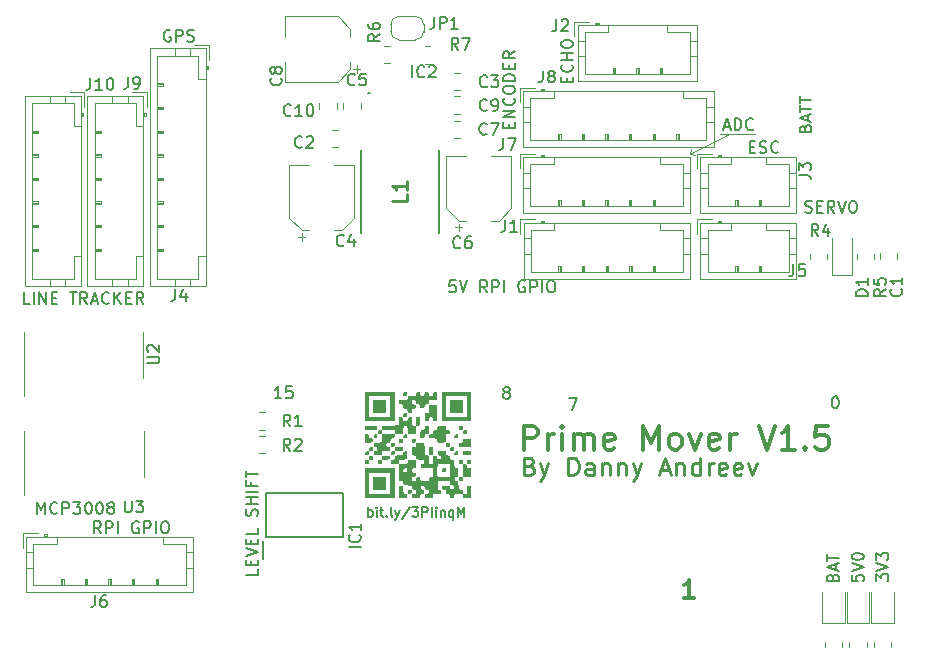
<source format=gbr>
G04 #@! TF.GenerationSoftware,KiCad,Pcbnew,(6.0.1)*
G04 #@! TF.CreationDate,2022-08-03T17:01:47-07:00*
G04 #@! TF.ProjectId,Prime Mover,5072696d-6520-44d6-9f76-65722e6b6963,rev?*
G04 #@! TF.SameCoordinates,Original*
G04 #@! TF.FileFunction,Legend,Top*
G04 #@! TF.FilePolarity,Positive*
%FSLAX46Y46*%
G04 Gerber Fmt 4.6, Leading zero omitted, Abs format (unit mm)*
G04 Created by KiCad (PCBNEW (6.0.1)) date 2022-08-03 17:01:47*
%MOMM*%
%LPD*%
G01*
G04 APERTURE LIST*
%ADD10C,0.200000*%
%ADD11C,0.120000*%
%ADD12C,0.150000*%
%ADD13C,0.300000*%
%ADD14C,0.250000*%
%ADD15C,0.254000*%
G04 APERTURE END LIST*
D10*
X49952380Y-20128095D02*
X49952380Y-19509047D01*
X50333333Y-19842380D01*
X50333333Y-19699523D01*
X50380952Y-19604285D01*
X50428571Y-19556666D01*
X50523809Y-19509047D01*
X50761904Y-19509047D01*
X50857142Y-19556666D01*
X50904761Y-19604285D01*
X50952380Y-19699523D01*
X50952380Y-19985238D01*
X50904761Y-20080476D01*
X50857142Y-20128095D01*
X49952380Y-19223333D02*
X50952380Y-18890000D01*
X49952380Y-18556666D01*
X49952380Y-18318571D02*
X49952380Y-17699523D01*
X50333333Y-18032857D01*
X50333333Y-17890000D01*
X50380952Y-17794761D01*
X50428571Y-17747142D01*
X50523809Y-17699523D01*
X50761904Y-17699523D01*
X50857142Y-17747142D01*
X50904761Y-17794761D01*
X50952380Y-17890000D01*
X50952380Y-18175714D01*
X50904761Y-18270952D01*
X50857142Y-18318571D01*
X47872380Y-19616666D02*
X47872380Y-20092857D01*
X48348571Y-20140476D01*
X48300952Y-20092857D01*
X48253333Y-19997619D01*
X48253333Y-19759523D01*
X48300952Y-19664285D01*
X48348571Y-19616666D01*
X48443809Y-19569047D01*
X48681904Y-19569047D01*
X48777142Y-19616666D01*
X48824761Y-19664285D01*
X48872380Y-19759523D01*
X48872380Y-19997619D01*
X48824761Y-20092857D01*
X48777142Y-20140476D01*
X47872380Y-19283333D02*
X48872380Y-18950000D01*
X47872380Y-18616666D01*
X47872380Y-18092857D02*
X47872380Y-17997619D01*
X47920000Y-17902380D01*
X47967619Y-17854761D01*
X48062857Y-17807142D01*
X48253333Y-17759523D01*
X48491428Y-17759523D01*
X48681904Y-17807142D01*
X48777142Y-17854761D01*
X48824761Y-17902380D01*
X48872380Y-17997619D01*
X48872380Y-18092857D01*
X48824761Y-18188095D01*
X48777142Y-18235714D01*
X48681904Y-18283333D01*
X48491428Y-18330952D01*
X48253333Y-18330952D01*
X48062857Y-18283333D01*
X47967619Y-18235714D01*
X47920000Y-18188095D01*
X47872380Y-18092857D01*
X46258571Y-19798095D02*
X46306190Y-19655238D01*
X46353809Y-19607619D01*
X46449047Y-19560000D01*
X46591904Y-19560000D01*
X46687142Y-19607619D01*
X46734761Y-19655238D01*
X46782380Y-19750476D01*
X46782380Y-20131428D01*
X45782380Y-20131428D01*
X45782380Y-19798095D01*
X45830000Y-19702857D01*
X45877619Y-19655238D01*
X45972857Y-19607619D01*
X46068095Y-19607619D01*
X46163333Y-19655238D01*
X46210952Y-19702857D01*
X46258571Y-19798095D01*
X46258571Y-20131428D01*
X46496666Y-19179047D02*
X46496666Y-18702857D01*
X46782380Y-19274285D02*
X45782380Y-18940952D01*
X46782380Y-18607619D01*
X45782380Y-18417142D02*
X45782380Y-17845714D01*
X46782380Y-18131428D02*
X45782380Y-18131428D01*
D11*
X37450000Y17760000D02*
X34150000Y16050000D01*
X34150000Y16050000D02*
X34580000Y15940000D01*
X34150000Y16050000D02*
X34290000Y16490000D01*
X36720000Y17760000D02*
X39700000Y17760000D01*
D12*
X14317619Y5337619D02*
X13841428Y5337619D01*
X13793809Y4861428D01*
X13841428Y4909047D01*
X13936666Y4956666D01*
X14174761Y4956666D01*
X14270000Y4909047D01*
X14317619Y4861428D01*
X14365238Y4766190D01*
X14365238Y4528095D01*
X14317619Y4432857D01*
X14270000Y4385238D01*
X14174761Y4337619D01*
X13936666Y4337619D01*
X13841428Y4385238D01*
X13793809Y4432857D01*
X14650952Y5337619D02*
X14984285Y4337619D01*
X15317619Y5337619D01*
X16984285Y4337619D02*
X16650952Y4813809D01*
X16412857Y4337619D02*
X16412857Y5337619D01*
X16793809Y5337619D01*
X16889047Y5290000D01*
X16936666Y5242380D01*
X16984285Y5147142D01*
X16984285Y5004285D01*
X16936666Y4909047D01*
X16889047Y4861428D01*
X16793809Y4813809D01*
X16412857Y4813809D01*
X17412857Y4337619D02*
X17412857Y5337619D01*
X17793809Y5337619D01*
X17889047Y5290000D01*
X17936666Y5242380D01*
X17984285Y5147142D01*
X17984285Y5004285D01*
X17936666Y4909047D01*
X17889047Y4861428D01*
X17793809Y4813809D01*
X17412857Y4813809D01*
X18412857Y4337619D02*
X18412857Y5337619D01*
X20174761Y5290000D02*
X20079523Y5337619D01*
X19936666Y5337619D01*
X19793809Y5290000D01*
X19698571Y5194761D01*
X19650952Y5099523D01*
X19603333Y4909047D01*
X19603333Y4766190D01*
X19650952Y4575714D01*
X19698571Y4480476D01*
X19793809Y4385238D01*
X19936666Y4337619D01*
X20031904Y4337619D01*
X20174761Y4385238D01*
X20222380Y4432857D01*
X20222380Y4766190D01*
X20031904Y4766190D01*
X20650952Y4337619D02*
X20650952Y5337619D01*
X21031904Y5337619D01*
X21127142Y5290000D01*
X21174761Y5242380D01*
X21222380Y5147142D01*
X21222380Y5004285D01*
X21174761Y4909047D01*
X21127142Y4861428D01*
X21031904Y4813809D01*
X20650952Y4813809D01*
X21650952Y4337619D02*
X21650952Y5337619D01*
X22317619Y5337619D02*
X22508095Y5337619D01*
X22603333Y5290000D01*
X22698571Y5194761D01*
X22746190Y5004285D01*
X22746190Y4670952D01*
X22698571Y4480476D01*
X22603333Y4385238D01*
X22508095Y4337619D01*
X22317619Y4337619D01*
X22222380Y4385238D01*
X22127142Y4480476D01*
X22079523Y4670952D01*
X22079523Y5004285D01*
X22127142Y5194761D01*
X22222380Y5290000D01*
X22317619Y5337619D01*
X-430476Y-4632380D02*
X-1001904Y-4632380D01*
X-716190Y-4632380D02*
X-716190Y-3632380D01*
X-811428Y-3775238D01*
X-906666Y-3870476D01*
X-1001904Y-3918095D01*
X474285Y-3632380D02*
X-1904Y-3632380D01*
X-49523Y-4108571D01*
X-1904Y-4060952D01*
X93333Y-4013333D01*
X331428Y-4013333D01*
X426666Y-4060952D01*
X474285Y-4108571D01*
X521904Y-4203809D01*
X521904Y-4441904D01*
X474285Y-4537142D01*
X426666Y-4584761D01*
X331428Y-4632380D01*
X93333Y-4632380D01*
X-1904Y-4584761D01*
X-49523Y-4537142D01*
X18808571Y18245714D02*
X18808571Y18579047D01*
X19332380Y18721904D02*
X19332380Y18245714D01*
X18332380Y18245714D01*
X18332380Y18721904D01*
X19332380Y19150476D02*
X18332380Y19150476D01*
X19332380Y19721904D01*
X18332380Y19721904D01*
X19237142Y20769523D02*
X19284761Y20721904D01*
X19332380Y20579047D01*
X19332380Y20483809D01*
X19284761Y20340952D01*
X19189523Y20245714D01*
X19094285Y20198095D01*
X18903809Y20150476D01*
X18760952Y20150476D01*
X18570476Y20198095D01*
X18475238Y20245714D01*
X18380000Y20340952D01*
X18332380Y20483809D01*
X18332380Y20579047D01*
X18380000Y20721904D01*
X18427619Y20769523D01*
X18332380Y21388571D02*
X18332380Y21579047D01*
X18380000Y21674285D01*
X18475238Y21769523D01*
X18665714Y21817142D01*
X18999047Y21817142D01*
X19189523Y21769523D01*
X19284761Y21674285D01*
X19332380Y21579047D01*
X19332380Y21388571D01*
X19284761Y21293333D01*
X19189523Y21198095D01*
X18999047Y21150476D01*
X18665714Y21150476D01*
X18475238Y21198095D01*
X18380000Y21293333D01*
X18332380Y21388571D01*
X19332380Y22245714D02*
X18332380Y22245714D01*
X18332380Y22483809D01*
X18380000Y22626666D01*
X18475238Y22721904D01*
X18570476Y22769523D01*
X18760952Y22817142D01*
X18903809Y22817142D01*
X19094285Y22769523D01*
X19189523Y22721904D01*
X19284761Y22626666D01*
X19332380Y22483809D01*
X19332380Y22245714D01*
X18808571Y23245714D02*
X18808571Y23579047D01*
X19332380Y23721904D02*
X19332380Y23245714D01*
X18332380Y23245714D01*
X18332380Y23721904D01*
X19332380Y24721904D02*
X18856190Y24388571D01*
X19332380Y24150476D02*
X18332380Y24150476D01*
X18332380Y24531428D01*
X18380000Y24626666D01*
X18427619Y24674285D01*
X18522857Y24721904D01*
X18665714Y24721904D01*
X18760952Y24674285D01*
X18808571Y24626666D01*
X18856190Y24531428D01*
X18856190Y24150476D01*
X-2447619Y-19107142D02*
X-2447619Y-19583333D01*
X-3447619Y-19583333D01*
X-2971428Y-18773809D02*
X-2971428Y-18440476D01*
X-2447619Y-18297619D02*
X-2447619Y-18773809D01*
X-3447619Y-18773809D01*
X-3447619Y-18297619D01*
X-3447619Y-18011904D02*
X-2447619Y-17678571D01*
X-3447619Y-17345238D01*
X-2971428Y-17011904D02*
X-2971428Y-16678571D01*
X-2447619Y-16535714D02*
X-2447619Y-17011904D01*
X-3447619Y-17011904D01*
X-3447619Y-16535714D01*
X-2447619Y-15630952D02*
X-2447619Y-16107142D01*
X-3447619Y-16107142D01*
X-2495238Y-14583333D02*
X-2447619Y-14440476D01*
X-2447619Y-14202380D01*
X-2495238Y-14107142D01*
X-2542857Y-14059523D01*
X-2638095Y-14011904D01*
X-2733333Y-14011904D01*
X-2828571Y-14059523D01*
X-2876190Y-14107142D01*
X-2923809Y-14202380D01*
X-2971428Y-14392857D01*
X-3019047Y-14488095D01*
X-3066666Y-14535714D01*
X-3161904Y-14583333D01*
X-3257142Y-14583333D01*
X-3352380Y-14535714D01*
X-3400000Y-14488095D01*
X-3447619Y-14392857D01*
X-3447619Y-14154761D01*
X-3400000Y-14011904D01*
X-2447619Y-13583333D02*
X-3447619Y-13583333D01*
X-2971428Y-13583333D02*
X-2971428Y-13011904D01*
X-2447619Y-13011904D02*
X-3447619Y-13011904D01*
X-2447619Y-12535714D02*
X-3447619Y-12535714D01*
X-2971428Y-11726190D02*
X-2971428Y-12059523D01*
X-2447619Y-12059523D02*
X-3447619Y-12059523D01*
X-3447619Y-11583333D01*
X-3447619Y-11345238D02*
X-3447619Y-10773809D01*
X-2447619Y-11059523D02*
X-3447619Y-11059523D01*
X43909523Y11125238D02*
X44052380Y11077619D01*
X44290476Y11077619D01*
X44385714Y11125238D01*
X44433333Y11172857D01*
X44480952Y11268095D01*
X44480952Y11363333D01*
X44433333Y11458571D01*
X44385714Y11506190D01*
X44290476Y11553809D01*
X44100000Y11601428D01*
X44004761Y11649047D01*
X43957142Y11696666D01*
X43909523Y11791904D01*
X43909523Y11887142D01*
X43957142Y11982380D01*
X44004761Y12030000D01*
X44100000Y12077619D01*
X44338095Y12077619D01*
X44480952Y12030000D01*
X44909523Y11601428D02*
X45242857Y11601428D01*
X45385714Y11077619D02*
X44909523Y11077619D01*
X44909523Y12077619D01*
X45385714Y12077619D01*
X46385714Y11077619D02*
X46052380Y11553809D01*
X45814285Y11077619D02*
X45814285Y12077619D01*
X46195238Y12077619D01*
X46290476Y12030000D01*
X46338095Y11982380D01*
X46385714Y11887142D01*
X46385714Y11744285D01*
X46338095Y11649047D01*
X46290476Y11601428D01*
X46195238Y11553809D01*
X45814285Y11553809D01*
X46671428Y12077619D02*
X47004761Y11077619D01*
X47338095Y12077619D01*
X47861904Y12077619D02*
X48052380Y12077619D01*
X48147619Y12030000D01*
X48242857Y11934761D01*
X48290476Y11744285D01*
X48290476Y11410952D01*
X48242857Y11220476D01*
X48147619Y11125238D01*
X48052380Y11077619D01*
X47861904Y11077619D01*
X47766666Y11125238D01*
X47671428Y11220476D01*
X47623809Y11410952D01*
X47623809Y11744285D01*
X47671428Y11934761D01*
X47766666Y12030000D01*
X47861904Y12077619D01*
X-15711428Y-16062380D02*
X-16044761Y-15586190D01*
X-16282857Y-16062380D02*
X-16282857Y-15062380D01*
X-15901904Y-15062380D01*
X-15806666Y-15110000D01*
X-15759047Y-15157619D01*
X-15711428Y-15252857D01*
X-15711428Y-15395714D01*
X-15759047Y-15490952D01*
X-15806666Y-15538571D01*
X-15901904Y-15586190D01*
X-16282857Y-15586190D01*
X-15282857Y-16062380D02*
X-15282857Y-15062380D01*
X-14901904Y-15062380D01*
X-14806666Y-15110000D01*
X-14759047Y-15157619D01*
X-14711428Y-15252857D01*
X-14711428Y-15395714D01*
X-14759047Y-15490952D01*
X-14806666Y-15538571D01*
X-14901904Y-15586190D01*
X-15282857Y-15586190D01*
X-14282857Y-16062380D02*
X-14282857Y-15062380D01*
X-12520952Y-15110000D02*
X-12616190Y-15062380D01*
X-12759047Y-15062380D01*
X-12901904Y-15110000D01*
X-12997142Y-15205238D01*
X-13044761Y-15300476D01*
X-13092380Y-15490952D01*
X-13092380Y-15633809D01*
X-13044761Y-15824285D01*
X-12997142Y-15919523D01*
X-12901904Y-16014761D01*
X-12759047Y-16062380D01*
X-12663809Y-16062380D01*
X-12520952Y-16014761D01*
X-12473333Y-15967142D01*
X-12473333Y-15633809D01*
X-12663809Y-15633809D01*
X-12044761Y-16062380D02*
X-12044761Y-15062380D01*
X-11663809Y-15062380D01*
X-11568571Y-15110000D01*
X-11520952Y-15157619D01*
X-11473333Y-15252857D01*
X-11473333Y-15395714D01*
X-11520952Y-15490952D01*
X-11568571Y-15538571D01*
X-11663809Y-15586190D01*
X-12044761Y-15586190D01*
X-11044761Y-16062380D02*
X-11044761Y-15062380D01*
X-10378095Y-15062380D02*
X-10187619Y-15062380D01*
X-10092380Y-15110000D01*
X-9997142Y-15205238D01*
X-9949523Y-15395714D01*
X-9949523Y-15729047D01*
X-9997142Y-15919523D01*
X-10092380Y-16014761D01*
X-10187619Y-16062380D01*
X-10378095Y-16062380D01*
X-10473333Y-16014761D01*
X-10568571Y-15919523D01*
X-10616190Y-15729047D01*
X-10616190Y-15395714D01*
X-10568571Y-15205238D01*
X-10473333Y-15110000D01*
X-10378095Y-15062380D01*
D13*
X34528571Y-21508571D02*
X33671428Y-21508571D01*
X34100000Y-21508571D02*
X34100000Y-20008571D01*
X33957142Y-20222857D01*
X33814285Y-20365714D01*
X33671428Y-20437142D01*
D12*
X23718571Y22128095D02*
X23718571Y22461428D01*
X24242380Y22604285D02*
X24242380Y22128095D01*
X23242380Y22128095D01*
X23242380Y22604285D01*
X24147142Y23604285D02*
X24194761Y23556666D01*
X24242380Y23413809D01*
X24242380Y23318571D01*
X24194761Y23175714D01*
X24099523Y23080476D01*
X24004285Y23032857D01*
X23813809Y22985238D01*
X23670952Y22985238D01*
X23480476Y23032857D01*
X23385238Y23080476D01*
X23290000Y23175714D01*
X23242380Y23318571D01*
X23242380Y23413809D01*
X23290000Y23556666D01*
X23337619Y23604285D01*
X24242380Y24032857D02*
X23242380Y24032857D01*
X23718571Y24032857D02*
X23718571Y24604285D01*
X24242380Y24604285D02*
X23242380Y24604285D01*
X23242380Y25270952D02*
X23242380Y25461428D01*
X23290000Y25556666D01*
X23385238Y25651904D01*
X23575714Y25699523D01*
X23909047Y25699523D01*
X24099523Y25651904D01*
X24194761Y25556666D01*
X24242380Y25461428D01*
X24242380Y25270952D01*
X24194761Y25175714D01*
X24099523Y25080476D01*
X23909047Y25032857D01*
X23575714Y25032857D01*
X23385238Y25080476D01*
X23290000Y25175714D01*
X23242380Y25270952D01*
X-9824285Y26510000D02*
X-9919523Y26557619D01*
X-10062380Y26557619D01*
X-10205238Y26510000D01*
X-10300476Y26414761D01*
X-10348095Y26319523D01*
X-10395714Y26129047D01*
X-10395714Y25986190D01*
X-10348095Y25795714D01*
X-10300476Y25700476D01*
X-10205238Y25605238D01*
X-10062380Y25557619D01*
X-9967142Y25557619D01*
X-9824285Y25605238D01*
X-9776666Y25652857D01*
X-9776666Y25986190D01*
X-9967142Y25986190D01*
X-9348095Y25557619D02*
X-9348095Y26557619D01*
X-8967142Y26557619D01*
X-8871904Y26510000D01*
X-8824285Y26462380D01*
X-8776666Y26367142D01*
X-8776666Y26224285D01*
X-8824285Y26129047D01*
X-8871904Y26081428D01*
X-8967142Y26033809D01*
X-9348095Y26033809D01*
X-8395714Y25605238D02*
X-8252857Y25557619D01*
X-8014761Y25557619D01*
X-7919523Y25605238D01*
X-7871904Y25652857D01*
X-7824285Y25748095D01*
X-7824285Y25843333D01*
X-7871904Y25938571D01*
X-7919523Y25986190D01*
X-8014761Y26033809D01*
X-8205238Y26081428D01*
X-8300476Y26129047D01*
X-8348095Y26176666D01*
X-8395714Y26271904D01*
X-8395714Y26367142D01*
X-8348095Y26462380D01*
X-8300476Y26510000D01*
X-8205238Y26557619D01*
X-7967142Y26557619D01*
X-7824285Y26510000D01*
X23906666Y-4612380D02*
X24573333Y-4612380D01*
X24144761Y-5612380D01*
X-21727619Y3347619D02*
X-22203809Y3347619D01*
X-22203809Y4347619D01*
X-21394285Y3347619D02*
X-21394285Y4347619D01*
X-20918095Y3347619D02*
X-20918095Y4347619D01*
X-20346666Y3347619D01*
X-20346666Y4347619D01*
X-19870476Y3871428D02*
X-19537142Y3871428D01*
X-19394285Y3347619D02*
X-19870476Y3347619D01*
X-19870476Y4347619D01*
X-19394285Y4347619D01*
X-18346666Y4347619D02*
X-17775238Y4347619D01*
X-18060952Y3347619D02*
X-18060952Y4347619D01*
X-16870476Y3347619D02*
X-17203809Y3823809D01*
X-17441904Y3347619D02*
X-17441904Y4347619D01*
X-17060952Y4347619D01*
X-16965714Y4300000D01*
X-16918095Y4252380D01*
X-16870476Y4157142D01*
X-16870476Y4014285D01*
X-16918095Y3919047D01*
X-16965714Y3871428D01*
X-17060952Y3823809D01*
X-17441904Y3823809D01*
X-16489523Y3633333D02*
X-16013333Y3633333D01*
X-16584761Y3347619D02*
X-16251428Y4347619D01*
X-15918095Y3347619D01*
X-15013333Y3442857D02*
X-15060952Y3395238D01*
X-15203809Y3347619D01*
X-15299047Y3347619D01*
X-15441904Y3395238D01*
X-15537142Y3490476D01*
X-15584761Y3585714D01*
X-15632380Y3776190D01*
X-15632380Y3919047D01*
X-15584761Y4109523D01*
X-15537142Y4204761D01*
X-15441904Y4300000D01*
X-15299047Y4347619D01*
X-15203809Y4347619D01*
X-15060952Y4300000D01*
X-15013333Y4252380D01*
X-14584761Y3347619D02*
X-14584761Y4347619D01*
X-14013333Y3347619D02*
X-14441904Y3919047D01*
X-14013333Y4347619D02*
X-14584761Y3776190D01*
X-13584761Y3871428D02*
X-13251428Y3871428D01*
X-13108571Y3347619D02*
X-13584761Y3347619D01*
X-13584761Y4347619D01*
X-13108571Y4347619D01*
X-12108571Y3347619D02*
X-12441904Y3823809D01*
X-12679999Y3347619D02*
X-12679999Y4347619D01*
X-12299047Y4347619D01*
X-12203809Y4300000D01*
X-12156190Y4252380D01*
X-12108571Y4157142D01*
X-12108571Y4014285D01*
X-12156190Y3919047D01*
X-12203809Y3871428D01*
X-12299047Y3823809D01*
X-12679999Y3823809D01*
X-21108095Y-14422380D02*
X-21108095Y-13422380D01*
X-20774761Y-14136666D01*
X-20441428Y-13422380D01*
X-20441428Y-14422380D01*
X-19393809Y-14327142D02*
X-19441428Y-14374761D01*
X-19584285Y-14422380D01*
X-19679523Y-14422380D01*
X-19822380Y-14374761D01*
X-19917619Y-14279523D01*
X-19965238Y-14184285D01*
X-20012857Y-13993809D01*
X-20012857Y-13850952D01*
X-19965238Y-13660476D01*
X-19917619Y-13565238D01*
X-19822380Y-13470000D01*
X-19679523Y-13422380D01*
X-19584285Y-13422380D01*
X-19441428Y-13470000D01*
X-19393809Y-13517619D01*
X-18965238Y-14422380D02*
X-18965238Y-13422380D01*
X-18584285Y-13422380D01*
X-18489047Y-13470000D01*
X-18441428Y-13517619D01*
X-18393809Y-13612857D01*
X-18393809Y-13755714D01*
X-18441428Y-13850952D01*
X-18489047Y-13898571D01*
X-18584285Y-13946190D01*
X-18965238Y-13946190D01*
X-18060476Y-13422380D02*
X-17441428Y-13422380D01*
X-17774761Y-13803333D01*
X-17631904Y-13803333D01*
X-17536666Y-13850952D01*
X-17489047Y-13898571D01*
X-17441428Y-13993809D01*
X-17441428Y-14231904D01*
X-17489047Y-14327142D01*
X-17536666Y-14374761D01*
X-17631904Y-14422380D01*
X-17917619Y-14422380D01*
X-18012857Y-14374761D01*
X-18060476Y-14327142D01*
X-16822380Y-13422380D02*
X-16727142Y-13422380D01*
X-16631904Y-13470000D01*
X-16584285Y-13517619D01*
X-16536666Y-13612857D01*
X-16489047Y-13803333D01*
X-16489047Y-14041428D01*
X-16536666Y-14231904D01*
X-16584285Y-14327142D01*
X-16631904Y-14374761D01*
X-16727142Y-14422380D01*
X-16822380Y-14422380D01*
X-16917619Y-14374761D01*
X-16965238Y-14327142D01*
X-17012857Y-14231904D01*
X-17060476Y-14041428D01*
X-17060476Y-13803333D01*
X-17012857Y-13612857D01*
X-16965238Y-13517619D01*
X-16917619Y-13470000D01*
X-16822380Y-13422380D01*
X-15870000Y-13422380D02*
X-15774761Y-13422380D01*
X-15679523Y-13470000D01*
X-15631904Y-13517619D01*
X-15584285Y-13612857D01*
X-15536666Y-13803333D01*
X-15536666Y-14041428D01*
X-15584285Y-14231904D01*
X-15631904Y-14327142D01*
X-15679523Y-14374761D01*
X-15774761Y-14422380D01*
X-15870000Y-14422380D01*
X-15965238Y-14374761D01*
X-16012857Y-14327142D01*
X-16060476Y-14231904D01*
X-16108095Y-14041428D01*
X-16108095Y-13803333D01*
X-16060476Y-13612857D01*
X-16012857Y-13517619D01*
X-15965238Y-13470000D01*
X-15870000Y-13422380D01*
X-14965238Y-13850952D02*
X-15060476Y-13803333D01*
X-15108095Y-13755714D01*
X-15155714Y-13660476D01*
X-15155714Y-13612857D01*
X-15108095Y-13517619D01*
X-15060476Y-13470000D01*
X-14965238Y-13422380D01*
X-14774761Y-13422380D01*
X-14679523Y-13470000D01*
X-14631904Y-13517619D01*
X-14584285Y-13612857D01*
X-14584285Y-13660476D01*
X-14631904Y-13755714D01*
X-14679523Y-13803333D01*
X-14774761Y-13850952D01*
X-14965238Y-13850952D01*
X-15060476Y-13898571D01*
X-15108095Y-13946190D01*
X-15155714Y-14041428D01*
X-15155714Y-14231904D01*
X-15108095Y-14327142D01*
X-15060476Y-14374761D01*
X-14965238Y-14422380D01*
X-14774761Y-14422380D01*
X-14679523Y-14374761D01*
X-14631904Y-14327142D01*
X-14584285Y-14231904D01*
X-14584285Y-14041428D01*
X-14631904Y-13946190D01*
X-14679523Y-13898571D01*
X-14774761Y-13850952D01*
X6912857Y-14651904D02*
X6912857Y-13851904D01*
X6912857Y-14156666D02*
X6989047Y-14118571D01*
X7141428Y-14118571D01*
X7217619Y-14156666D01*
X7255714Y-14194761D01*
X7293809Y-14270952D01*
X7293809Y-14499523D01*
X7255714Y-14575714D01*
X7217619Y-14613809D01*
X7141428Y-14651904D01*
X6989047Y-14651904D01*
X6912857Y-14613809D01*
X7636666Y-14651904D02*
X7636666Y-14118571D01*
X7636666Y-13851904D02*
X7598571Y-13890000D01*
X7636666Y-13928095D01*
X7674761Y-13890000D01*
X7636666Y-13851904D01*
X7636666Y-13928095D01*
X7903333Y-14118571D02*
X8208095Y-14118571D01*
X8017619Y-13851904D02*
X8017619Y-14537619D01*
X8055714Y-14613809D01*
X8131904Y-14651904D01*
X8208095Y-14651904D01*
X8474761Y-14575714D02*
X8512857Y-14613809D01*
X8474761Y-14651904D01*
X8436666Y-14613809D01*
X8474761Y-14575714D01*
X8474761Y-14651904D01*
X8970000Y-14651904D02*
X8893809Y-14613809D01*
X8855714Y-14537619D01*
X8855714Y-13851904D01*
X9198571Y-14118571D02*
X9389047Y-14651904D01*
X9579523Y-14118571D02*
X9389047Y-14651904D01*
X9312857Y-14842380D01*
X9274761Y-14880476D01*
X9198571Y-14918571D01*
X10455714Y-13813809D02*
X9770000Y-14842380D01*
X10646190Y-13851904D02*
X11141428Y-13851904D01*
X10874761Y-14156666D01*
X10989047Y-14156666D01*
X11065238Y-14194761D01*
X11103333Y-14232857D01*
X11141428Y-14309047D01*
X11141428Y-14499523D01*
X11103333Y-14575714D01*
X11065238Y-14613809D01*
X10989047Y-14651904D01*
X10760476Y-14651904D01*
X10684285Y-14613809D01*
X10646190Y-14575714D01*
X11484285Y-14651904D02*
X11484285Y-13851904D01*
X11789047Y-13851904D01*
X11865238Y-13890000D01*
X11903333Y-13928095D01*
X11941428Y-14004285D01*
X11941428Y-14118571D01*
X11903333Y-14194761D01*
X11865238Y-14232857D01*
X11789047Y-14270952D01*
X11484285Y-14270952D01*
X12284285Y-14651904D02*
X12284285Y-13851904D01*
X12665238Y-14651904D02*
X12665238Y-14118571D01*
X12665238Y-13851904D02*
X12627142Y-13890000D01*
X12665238Y-13928095D01*
X12703333Y-13890000D01*
X12665238Y-13851904D01*
X12665238Y-13928095D01*
X13046190Y-14118571D02*
X13046190Y-14651904D01*
X13046190Y-14194761D02*
X13084285Y-14156666D01*
X13160476Y-14118571D01*
X13274761Y-14118571D01*
X13350952Y-14156666D01*
X13389047Y-14232857D01*
X13389047Y-14651904D01*
X14112857Y-14118571D02*
X14112857Y-14918571D01*
X14112857Y-14613809D02*
X14036666Y-14651904D01*
X13884285Y-14651904D01*
X13808095Y-14613809D01*
X13769999Y-14575714D01*
X13731904Y-14499523D01*
X13731904Y-14270952D01*
X13769999Y-14194761D01*
X13808095Y-14156666D01*
X13884285Y-14118571D01*
X14036666Y-14118571D01*
X14112857Y-14156666D01*
X14493809Y-14651904D02*
X14493809Y-13851904D01*
X14760476Y-14423333D01*
X15027142Y-13851904D01*
X15027142Y-14651904D01*
D13*
X20112857Y-8984761D02*
X20112857Y-6984761D01*
X20874761Y-6984761D01*
X21065238Y-7080000D01*
X21160476Y-7175238D01*
X21255714Y-7365714D01*
X21255714Y-7651428D01*
X21160476Y-7841904D01*
X21065238Y-7937142D01*
X20874761Y-8032380D01*
X20112857Y-8032380D01*
X22112857Y-8984761D02*
X22112857Y-7651428D01*
X22112857Y-8032380D02*
X22208095Y-7841904D01*
X22303333Y-7746666D01*
X22493809Y-7651428D01*
X22684285Y-7651428D01*
X23350952Y-8984761D02*
X23350952Y-7651428D01*
X23350952Y-6984761D02*
X23255714Y-7080000D01*
X23350952Y-7175238D01*
X23446190Y-7080000D01*
X23350952Y-6984761D01*
X23350952Y-7175238D01*
X24303333Y-8984761D02*
X24303333Y-7651428D01*
X24303333Y-7841904D02*
X24398571Y-7746666D01*
X24589047Y-7651428D01*
X24874761Y-7651428D01*
X25065238Y-7746666D01*
X25160476Y-7937142D01*
X25160476Y-8984761D01*
X25160476Y-7937142D02*
X25255714Y-7746666D01*
X25446190Y-7651428D01*
X25731904Y-7651428D01*
X25922380Y-7746666D01*
X26017619Y-7937142D01*
X26017619Y-8984761D01*
X27731904Y-8889523D02*
X27541428Y-8984761D01*
X27160476Y-8984761D01*
X26969999Y-8889523D01*
X26874761Y-8699047D01*
X26874761Y-7937142D01*
X26969999Y-7746666D01*
X27160476Y-7651428D01*
X27541428Y-7651428D01*
X27731904Y-7746666D01*
X27827142Y-7937142D01*
X27827142Y-8127619D01*
X26874761Y-8318095D01*
X30208095Y-8984761D02*
X30208095Y-6984761D01*
X30874761Y-8413333D01*
X31541428Y-6984761D01*
X31541428Y-8984761D01*
X32779523Y-8984761D02*
X32589047Y-8889523D01*
X32493809Y-8794285D01*
X32398571Y-8603809D01*
X32398571Y-8032380D01*
X32493809Y-7841904D01*
X32589047Y-7746666D01*
X32779523Y-7651428D01*
X33065238Y-7651428D01*
X33255714Y-7746666D01*
X33350952Y-7841904D01*
X33446190Y-8032380D01*
X33446190Y-8603809D01*
X33350952Y-8794285D01*
X33255714Y-8889523D01*
X33065238Y-8984761D01*
X32779523Y-8984761D01*
X34112857Y-7651428D02*
X34589047Y-8984761D01*
X35065238Y-7651428D01*
X36589047Y-8889523D02*
X36398571Y-8984761D01*
X36017619Y-8984761D01*
X35827142Y-8889523D01*
X35731904Y-8699047D01*
X35731904Y-7937142D01*
X35827142Y-7746666D01*
X36017619Y-7651428D01*
X36398571Y-7651428D01*
X36589047Y-7746666D01*
X36684285Y-7937142D01*
X36684285Y-8127619D01*
X35731904Y-8318095D01*
X37541428Y-8984761D02*
X37541428Y-7651428D01*
X37541428Y-8032380D02*
X37636666Y-7841904D01*
X37731904Y-7746666D01*
X37922380Y-7651428D01*
X38112857Y-7651428D01*
X40017619Y-6984761D02*
X40684285Y-8984761D01*
X41350952Y-6984761D01*
X43065238Y-8984761D02*
X41922380Y-8984761D01*
X42493809Y-8984761D02*
X42493809Y-6984761D01*
X42303333Y-7270476D01*
X42112857Y-7460952D01*
X41922380Y-7556190D01*
X43922380Y-8794285D02*
X44017619Y-8889523D01*
X43922380Y-8984761D01*
X43827142Y-8889523D01*
X43922380Y-8794285D01*
X43922380Y-8984761D01*
X45827142Y-6984761D02*
X44874761Y-6984761D01*
X44779523Y-7937142D01*
X44874761Y-7841904D01*
X45065238Y-7746666D01*
X45541428Y-7746666D01*
X45731904Y-7841904D01*
X45827142Y-7937142D01*
X45922380Y-8127619D01*
X45922380Y-8603809D01*
X45827142Y-8794285D01*
X45731904Y-8889523D01*
X45541428Y-8984761D01*
X45065238Y-8984761D01*
X44874761Y-8889523D01*
X44779523Y-8794285D01*
D14*
X20588571Y-10372857D02*
X20802857Y-10444285D01*
X20874285Y-10515714D01*
X20945714Y-10658571D01*
X20945714Y-10872857D01*
X20874285Y-11015714D01*
X20802857Y-11087142D01*
X20660000Y-11158571D01*
X20088571Y-11158571D01*
X20088571Y-9658571D01*
X20588571Y-9658571D01*
X20731428Y-9730000D01*
X20802857Y-9801428D01*
X20874285Y-9944285D01*
X20874285Y-10087142D01*
X20802857Y-10230000D01*
X20731428Y-10301428D01*
X20588571Y-10372857D01*
X20088571Y-10372857D01*
X21445714Y-10158571D02*
X21802857Y-11158571D01*
X22160000Y-10158571D02*
X21802857Y-11158571D01*
X21660000Y-11515714D01*
X21588571Y-11587142D01*
X21445714Y-11658571D01*
X23874285Y-11158571D02*
X23874285Y-9658571D01*
X24231428Y-9658571D01*
X24445714Y-9730000D01*
X24588571Y-9872857D01*
X24660000Y-10015714D01*
X24731428Y-10301428D01*
X24731428Y-10515714D01*
X24660000Y-10801428D01*
X24588571Y-10944285D01*
X24445714Y-11087142D01*
X24231428Y-11158571D01*
X23874285Y-11158571D01*
X26017142Y-11158571D02*
X26017142Y-10372857D01*
X25945714Y-10230000D01*
X25802857Y-10158571D01*
X25517142Y-10158571D01*
X25374285Y-10230000D01*
X26017142Y-11087142D02*
X25874285Y-11158571D01*
X25517142Y-11158571D01*
X25374285Y-11087142D01*
X25302857Y-10944285D01*
X25302857Y-10801428D01*
X25374285Y-10658571D01*
X25517142Y-10587142D01*
X25874285Y-10587142D01*
X26017142Y-10515714D01*
X26731428Y-10158571D02*
X26731428Y-11158571D01*
X26731428Y-10301428D02*
X26802857Y-10230000D01*
X26945714Y-10158571D01*
X27160000Y-10158571D01*
X27302857Y-10230000D01*
X27374285Y-10372857D01*
X27374285Y-11158571D01*
X28088571Y-10158571D02*
X28088571Y-11158571D01*
X28088571Y-10301428D02*
X28160000Y-10230000D01*
X28302857Y-10158571D01*
X28517142Y-10158571D01*
X28660000Y-10230000D01*
X28731428Y-10372857D01*
X28731428Y-11158571D01*
X29302857Y-10158571D02*
X29660000Y-11158571D01*
X30017142Y-10158571D02*
X29660000Y-11158571D01*
X29517142Y-11515714D01*
X29445714Y-11587142D01*
X29302857Y-11658571D01*
X31660000Y-10730000D02*
X32374285Y-10730000D01*
X31517142Y-11158571D02*
X32017142Y-9658571D01*
X32517142Y-11158571D01*
X33017142Y-10158571D02*
X33017142Y-11158571D01*
X33017142Y-10301428D02*
X33088571Y-10230000D01*
X33231428Y-10158571D01*
X33445714Y-10158571D01*
X33588571Y-10230000D01*
X33660000Y-10372857D01*
X33660000Y-11158571D01*
X35017142Y-11158571D02*
X35017142Y-9658571D01*
X35017142Y-11087142D02*
X34874285Y-11158571D01*
X34588571Y-11158571D01*
X34445714Y-11087142D01*
X34374285Y-11015714D01*
X34302857Y-10872857D01*
X34302857Y-10444285D01*
X34374285Y-10301428D01*
X34445714Y-10230000D01*
X34588571Y-10158571D01*
X34874285Y-10158571D01*
X35017142Y-10230000D01*
X35731428Y-11158571D02*
X35731428Y-10158571D01*
X35731428Y-10444285D02*
X35802857Y-10301428D01*
X35874285Y-10230000D01*
X36017142Y-10158571D01*
X36160000Y-10158571D01*
X37231428Y-11087142D02*
X37088571Y-11158571D01*
X36802857Y-11158571D01*
X36660000Y-11087142D01*
X36588571Y-10944285D01*
X36588571Y-10372857D01*
X36660000Y-10230000D01*
X36802857Y-10158571D01*
X37088571Y-10158571D01*
X37231428Y-10230000D01*
X37302857Y-10372857D01*
X37302857Y-10515714D01*
X36588571Y-10658571D01*
X38517142Y-11087142D02*
X38374285Y-11158571D01*
X38088571Y-11158571D01*
X37945714Y-11087142D01*
X37874285Y-10944285D01*
X37874285Y-10372857D01*
X37945714Y-10230000D01*
X38088571Y-10158571D01*
X38374285Y-10158571D01*
X38517142Y-10230000D01*
X38588571Y-10372857D01*
X38588571Y-10515714D01*
X37874285Y-10658571D01*
X39088571Y-10158571D02*
X39445714Y-11158571D01*
X39802857Y-10158571D01*
D12*
X43918571Y18220952D02*
X43966190Y18363809D01*
X44013809Y18411428D01*
X44109047Y18459047D01*
X44251904Y18459047D01*
X44347142Y18411428D01*
X44394761Y18363809D01*
X44442380Y18268571D01*
X44442380Y17887619D01*
X43442380Y17887619D01*
X43442380Y18220952D01*
X43490000Y18316190D01*
X43537619Y18363809D01*
X43632857Y18411428D01*
X43728095Y18411428D01*
X43823333Y18363809D01*
X43870952Y18316190D01*
X43918571Y18220952D01*
X43918571Y17887619D01*
X44156666Y18840000D02*
X44156666Y19316190D01*
X44442380Y18744761D02*
X43442380Y19078095D01*
X44442380Y19411428D01*
X43442380Y19601904D02*
X43442380Y20173333D01*
X44442380Y19887619D02*
X43442380Y19887619D01*
X43442380Y20363809D02*
X43442380Y20935238D01*
X44442380Y20649523D02*
X43442380Y20649523D01*
X39209523Y16661428D02*
X39542857Y16661428D01*
X39685714Y16137619D02*
X39209523Y16137619D01*
X39209523Y17137619D01*
X39685714Y17137619D01*
X40066666Y16185238D02*
X40209523Y16137619D01*
X40447619Y16137619D01*
X40542857Y16185238D01*
X40590476Y16232857D01*
X40638095Y16328095D01*
X40638095Y16423333D01*
X40590476Y16518571D01*
X40542857Y16566190D01*
X40447619Y16613809D01*
X40257142Y16661428D01*
X40161904Y16709047D01*
X40114285Y16756666D01*
X40066666Y16851904D01*
X40066666Y16947142D01*
X40114285Y17042380D01*
X40161904Y17090000D01*
X40257142Y17137619D01*
X40495238Y17137619D01*
X40638095Y17090000D01*
X41638095Y16232857D02*
X41590476Y16185238D01*
X41447619Y16137619D01*
X41352380Y16137619D01*
X41209523Y16185238D01*
X41114285Y16280476D01*
X41066666Y16375714D01*
X41019047Y16566190D01*
X41019047Y16709047D01*
X41066666Y16899523D01*
X41114285Y16994761D01*
X41209523Y17090000D01*
X41352380Y17137619D01*
X41447619Y17137619D01*
X41590476Y17090000D01*
X41638095Y17042380D01*
X18544761Y-4110952D02*
X18449523Y-4063333D01*
X18401904Y-4015714D01*
X18354285Y-3920476D01*
X18354285Y-3872857D01*
X18401904Y-3777619D01*
X18449523Y-3730000D01*
X18544761Y-3682380D01*
X18735238Y-3682380D01*
X18830476Y-3730000D01*
X18878095Y-3777619D01*
X18925714Y-3872857D01*
X18925714Y-3920476D01*
X18878095Y-4015714D01*
X18830476Y-4063333D01*
X18735238Y-4110952D01*
X18544761Y-4110952D01*
X18449523Y-4158571D01*
X18401904Y-4206190D01*
X18354285Y-4301428D01*
X18354285Y-4491904D01*
X18401904Y-4587142D01*
X18449523Y-4634761D01*
X18544761Y-4682380D01*
X18735238Y-4682380D01*
X18830476Y-4634761D01*
X18878095Y-4587142D01*
X18925714Y-4491904D01*
X18925714Y-4301428D01*
X18878095Y-4206190D01*
X18830476Y-4158571D01*
X18735238Y-4110952D01*
X37031904Y18353333D02*
X37508095Y18353333D01*
X36936666Y18067619D02*
X37270000Y19067619D01*
X37603333Y18067619D01*
X37936666Y18067619D02*
X37936666Y19067619D01*
X38174761Y19067619D01*
X38317619Y19020000D01*
X38412857Y18924761D01*
X38460476Y18829523D01*
X38508095Y18639047D01*
X38508095Y18496190D01*
X38460476Y18305714D01*
X38412857Y18210476D01*
X38317619Y18115238D01*
X38174761Y18067619D01*
X37936666Y18067619D01*
X39508095Y18162857D02*
X39460476Y18115238D01*
X39317619Y18067619D01*
X39222380Y18067619D01*
X39079523Y18115238D01*
X38984285Y18210476D01*
X38936666Y18305714D01*
X38889047Y18496190D01*
X38889047Y18639047D01*
X38936666Y18829523D01*
X38984285Y18924761D01*
X39079523Y19020000D01*
X39222380Y19067619D01*
X39317619Y19067619D01*
X39460476Y19020000D01*
X39508095Y18972380D01*
X46412380Y-4482380D02*
X46507619Y-4482380D01*
X46602857Y-4530000D01*
X46650476Y-4577619D01*
X46698095Y-4672857D01*
X46745714Y-4863333D01*
X46745714Y-5101428D01*
X46698095Y-5291904D01*
X46650476Y-5387142D01*
X46602857Y-5434761D01*
X46507619Y-5482380D01*
X46412380Y-5482380D01*
X46317142Y-5434761D01*
X46269523Y-5387142D01*
X46221904Y-5291904D01*
X46174285Y-5101428D01*
X46174285Y-4863333D01*
X46221904Y-4672857D01*
X46269523Y-4577619D01*
X46317142Y-4530000D01*
X46412380Y-4482380D01*
D10*
X6272380Y-17246190D02*
X5272380Y-17246190D01*
X6177142Y-16198571D02*
X6224761Y-16246190D01*
X6272380Y-16389047D01*
X6272380Y-16484285D01*
X6224761Y-16627142D01*
X6129523Y-16722380D01*
X6034285Y-16770000D01*
X5843809Y-16817619D01*
X5700952Y-16817619D01*
X5510476Y-16770000D01*
X5415238Y-16722380D01*
X5320000Y-16627142D01*
X5272380Y-16484285D01*
X5272380Y-16389047D01*
X5320000Y-16246190D01*
X5367619Y-16198571D01*
X6272380Y-15246190D02*
X6272380Y-15817619D01*
X6272380Y-15531904D02*
X5272380Y-15531904D01*
X5415238Y-15627142D01*
X5510476Y-15722380D01*
X5558095Y-15817619D01*
D12*
X12506666Y27657619D02*
X12506666Y26943333D01*
X12459047Y26800476D01*
X12363809Y26705238D01*
X12220952Y26657619D01*
X12125714Y26657619D01*
X12982857Y26657619D02*
X12982857Y27657619D01*
X13363809Y27657619D01*
X13459047Y27610000D01*
X13506666Y27562380D01*
X13554285Y27467142D01*
X13554285Y27324285D01*
X13506666Y27229047D01*
X13459047Y27181428D01*
X13363809Y27133809D01*
X12982857Y27133809D01*
X14506666Y26657619D02*
X13935238Y26657619D01*
X14220952Y26657619D02*
X14220952Y27657619D01*
X14125714Y27514761D01*
X14030476Y27419523D01*
X13935238Y27371904D01*
X16953333Y17762857D02*
X16905714Y17715238D01*
X16762857Y17667619D01*
X16667619Y17667619D01*
X16524761Y17715238D01*
X16429523Y17810476D01*
X16381904Y17905714D01*
X16334285Y18096190D01*
X16334285Y18239047D01*
X16381904Y18429523D01*
X16429523Y18524761D01*
X16524761Y18620000D01*
X16667619Y18667619D01*
X16762857Y18667619D01*
X16905714Y18620000D01*
X16953333Y18572380D01*
X17286666Y18667619D02*
X17953333Y18667619D01*
X17524761Y17667619D01*
X18356666Y17397619D02*
X18356666Y16683333D01*
X18309047Y16540476D01*
X18213809Y16445238D01*
X18070952Y16397619D01*
X17975714Y16397619D01*
X18737619Y17397619D02*
X19404285Y17397619D01*
X18975714Y16397619D01*
X-472857Y22473333D02*
X-425238Y22425714D01*
X-377619Y22282857D01*
X-377619Y22187619D01*
X-425238Y22044761D01*
X-520476Y21949523D01*
X-615714Y21901904D01*
X-806190Y21854285D01*
X-949047Y21854285D01*
X-1139523Y21901904D01*
X-1234761Y21949523D01*
X-1330000Y22044761D01*
X-1377619Y22187619D01*
X-1377619Y22282857D01*
X-1330000Y22425714D01*
X-1282380Y22473333D01*
X-949047Y23044761D02*
X-996666Y22949523D01*
X-1044285Y22901904D01*
X-1139523Y22854285D01*
X-1187142Y22854285D01*
X-1282380Y22901904D01*
X-1330000Y22949523D01*
X-1377619Y23044761D01*
X-1377619Y23235238D01*
X-1330000Y23330476D01*
X-1282380Y23378095D01*
X-1187142Y23425714D01*
X-1139523Y23425714D01*
X-1044285Y23378095D01*
X-996666Y23330476D01*
X-949047Y23235238D01*
X-949047Y23044761D01*
X-901428Y22949523D01*
X-853809Y22901904D01*
X-758571Y22854285D01*
X-568095Y22854285D01*
X-472857Y22901904D01*
X-425238Y22949523D01*
X-377619Y23044761D01*
X-377619Y23235238D01*
X-425238Y23330476D01*
X-472857Y23378095D01*
X-568095Y23425714D01*
X-758571Y23425714D01*
X-853809Y23378095D01*
X-901428Y23330476D01*
X-949047Y23235238D01*
X14723333Y8162857D02*
X14675714Y8115238D01*
X14532857Y8067619D01*
X14437619Y8067619D01*
X14294761Y8115238D01*
X14199523Y8210476D01*
X14151904Y8305714D01*
X14104285Y8496190D01*
X14104285Y8639047D01*
X14151904Y8829523D01*
X14199523Y8924761D01*
X14294761Y9020000D01*
X14437619Y9067619D01*
X14532857Y9067619D01*
X14675714Y9020000D01*
X14723333Y8972380D01*
X15580476Y9067619D02*
X15390000Y9067619D01*
X15294761Y9020000D01*
X15247142Y8972380D01*
X15151904Y8829523D01*
X15104285Y8639047D01*
X15104285Y8258095D01*
X15151904Y8162857D01*
X15199523Y8115238D01*
X15294761Y8067619D01*
X15485238Y8067619D01*
X15580476Y8115238D01*
X15628095Y8162857D01*
X15675714Y8258095D01*
X15675714Y8496190D01*
X15628095Y8591428D01*
X15580476Y8639047D01*
X15485238Y8686666D01*
X15294761Y8686666D01*
X15199523Y8639047D01*
X15151904Y8591428D01*
X15104285Y8496190D01*
X4863333Y8312857D02*
X4815714Y8265238D01*
X4672857Y8217619D01*
X4577619Y8217619D01*
X4434761Y8265238D01*
X4339523Y8360476D01*
X4291904Y8455714D01*
X4244285Y8646190D01*
X4244285Y8789047D01*
X4291904Y8979523D01*
X4339523Y9074761D01*
X4434761Y9170000D01*
X4577619Y9217619D01*
X4672857Y9217619D01*
X4815714Y9170000D01*
X4863333Y9122380D01*
X5720476Y8884285D02*
X5720476Y8217619D01*
X5482380Y9265238D02*
X5244285Y8550952D01*
X5863333Y8550952D01*
X-11787619Y-1681904D02*
X-10978095Y-1681904D01*
X-10882857Y-1634285D01*
X-10835238Y-1586666D01*
X-10787619Y-1491428D01*
X-10787619Y-1300952D01*
X-10835238Y-1205714D01*
X-10882857Y-1158095D01*
X-10978095Y-1110476D01*
X-11787619Y-1110476D01*
X-11692380Y-681904D02*
X-11740000Y-634285D01*
X-11787619Y-539047D01*
X-11787619Y-300952D01*
X-11740000Y-205714D01*
X-11692380Y-158095D01*
X-11597142Y-110476D01*
X-11501904Y-110476D01*
X-11359047Y-158095D01*
X-10787619Y-729523D01*
X-10787619Y-110476D01*
X-13403333Y22547619D02*
X-13403333Y21833333D01*
X-13450952Y21690476D01*
X-13546190Y21595238D01*
X-13689047Y21547619D01*
X-13784285Y21547619D01*
X-12879523Y21547619D02*
X-12689047Y21547619D01*
X-12593809Y21595238D01*
X-12546190Y21642857D01*
X-12450952Y21785714D01*
X-12403333Y21976190D01*
X-12403333Y22357142D01*
X-12450952Y22452380D01*
X-12498571Y22500000D01*
X-12593809Y22547619D01*
X-12784285Y22547619D01*
X-12879523Y22500000D01*
X-12927142Y22452380D01*
X-12974761Y22357142D01*
X-12974761Y22119047D01*
X-12927142Y22023809D01*
X-12879523Y21976190D01*
X-12784285Y21928571D01*
X-12593809Y21928571D01*
X-12498571Y21976190D01*
X-12450952Y22023809D01*
X-12403333Y22119047D01*
X-16203333Y-21302380D02*
X-16203333Y-22016666D01*
X-16250952Y-22159523D01*
X-16346190Y-22254761D01*
X-16489047Y-22302380D01*
X-16584285Y-22302380D01*
X-15298571Y-21302380D02*
X-15489047Y-21302380D01*
X-15584285Y-21350000D01*
X-15631904Y-21397619D01*
X-15727142Y-21540476D01*
X-15774761Y-21730952D01*
X-15774761Y-22111904D01*
X-15727142Y-22207142D01*
X-15679523Y-22254761D01*
X-15584285Y-22302380D01*
X-15393809Y-22302380D01*
X-15298571Y-22254761D01*
X-15250952Y-22207142D01*
X-15203333Y-22111904D01*
X-15203333Y-21873809D01*
X-15250952Y-21778571D01*
X-15298571Y-21730952D01*
X-15393809Y-21683333D01*
X-15584285Y-21683333D01*
X-15679523Y-21730952D01*
X-15727142Y-21778571D01*
X-15774761Y-21873809D01*
X-16599523Y22467619D02*
X-16599523Y21753333D01*
X-16647142Y21610476D01*
X-16742380Y21515238D01*
X-16885238Y21467619D01*
X-16980476Y21467619D01*
X-15599523Y21467619D02*
X-16170952Y21467619D01*
X-15885238Y21467619D02*
X-15885238Y22467619D01*
X-15980476Y22324761D01*
X-16075714Y22229523D01*
X-16170952Y22181904D01*
X-14980476Y22467619D02*
X-14885238Y22467619D01*
X-14790000Y22420000D01*
X-14742380Y22372380D01*
X-14694761Y22277142D01*
X-14647142Y22086666D01*
X-14647142Y21848571D01*
X-14694761Y21658095D01*
X-14742380Y21562857D01*
X-14790000Y21515238D01*
X-14885238Y21467619D01*
X-14980476Y21467619D01*
X-15075714Y21515238D01*
X-15123333Y21562857D01*
X-15170952Y21658095D01*
X-15218571Y21848571D01*
X-15218571Y22086666D01*
X-15170952Y22277142D01*
X-15123333Y22372380D01*
X-15075714Y22420000D01*
X-14980476Y22467619D01*
X21716666Y23107619D02*
X21716666Y22393333D01*
X21669047Y22250476D01*
X21573809Y22155238D01*
X21430952Y22107619D01*
X21335714Y22107619D01*
X22335714Y22679047D02*
X22240476Y22726666D01*
X22192857Y22774285D01*
X22145238Y22869523D01*
X22145238Y22917142D01*
X22192857Y23012380D01*
X22240476Y23060000D01*
X22335714Y23107619D01*
X22526190Y23107619D01*
X22621428Y23060000D01*
X22669047Y23012380D01*
X22716666Y22917142D01*
X22716666Y22869523D01*
X22669047Y22774285D01*
X22621428Y22726666D01*
X22526190Y22679047D01*
X22335714Y22679047D01*
X22240476Y22631428D01*
X22192857Y22583809D01*
X22145238Y22488571D01*
X22145238Y22298095D01*
X22192857Y22202857D01*
X22240476Y22155238D01*
X22335714Y22107619D01*
X22526190Y22107619D01*
X22621428Y22155238D01*
X22669047Y22202857D01*
X22716666Y22298095D01*
X22716666Y22488571D01*
X22669047Y22583809D01*
X22621428Y22631428D01*
X22526190Y22679047D01*
X-13691904Y-13302380D02*
X-13691904Y-14111904D01*
X-13644285Y-14207142D01*
X-13596666Y-14254761D01*
X-13501428Y-14302380D01*
X-13310952Y-14302380D01*
X-13215714Y-14254761D01*
X-13168095Y-14207142D01*
X-13120476Y-14111904D01*
X-13120476Y-13302380D01*
X-12739523Y-13302380D02*
X-12120476Y-13302380D01*
X-12453809Y-13683333D01*
X-12310952Y-13683333D01*
X-12215714Y-13730952D01*
X-12168095Y-13778571D01*
X-12120476Y-13873809D01*
X-12120476Y-14111904D01*
X-12168095Y-14207142D01*
X-12215714Y-14254761D01*
X-12310952Y-14302380D01*
X-12596666Y-14302380D01*
X-12691904Y-14254761D01*
X-12739523Y-14207142D01*
X5793333Y21942857D02*
X5745714Y21895238D01*
X5602857Y21847619D01*
X5507619Y21847619D01*
X5364761Y21895238D01*
X5269523Y21990476D01*
X5221904Y22085714D01*
X5174285Y22276190D01*
X5174285Y22419047D01*
X5221904Y22609523D01*
X5269523Y22704761D01*
X5364761Y22800000D01*
X5507619Y22847619D01*
X5602857Y22847619D01*
X5745714Y22800000D01*
X5793333Y22752380D01*
X6698095Y22847619D02*
X6221904Y22847619D01*
X6174285Y22371428D01*
X6221904Y22419047D01*
X6317142Y22466666D01*
X6555238Y22466666D01*
X6650476Y22419047D01*
X6698095Y22371428D01*
X6745714Y22276190D01*
X6745714Y22038095D01*
X6698095Y21942857D01*
X6650476Y21895238D01*
X6555238Y21847619D01*
X6317142Y21847619D01*
X6221904Y21895238D01*
X6174285Y21942857D01*
X7912380Y26203333D02*
X7436190Y25870000D01*
X7912380Y25631904D02*
X6912380Y25631904D01*
X6912380Y26012857D01*
X6960000Y26108095D01*
X7007619Y26155714D01*
X7102857Y26203333D01*
X7245714Y26203333D01*
X7340952Y26155714D01*
X7388571Y26108095D01*
X7436190Y26012857D01*
X7436190Y25631904D01*
X6912380Y27060476D02*
X6912380Y26870000D01*
X6960000Y26774761D01*
X7007619Y26727142D01*
X7150476Y26631904D01*
X7340952Y26584285D01*
X7721904Y26584285D01*
X7817142Y26631904D01*
X7864761Y26679523D01*
X7912380Y26774761D01*
X7912380Y26965238D01*
X7864761Y27060476D01*
X7817142Y27108095D01*
X7721904Y27155714D01*
X7483809Y27155714D01*
X7388571Y27108095D01*
X7340952Y27060476D01*
X7293333Y26965238D01*
X7293333Y26774761D01*
X7340952Y26679523D01*
X7388571Y26631904D01*
X7483809Y26584285D01*
D15*
X10204523Y12638333D02*
X10204523Y12033571D01*
X8934523Y12033571D01*
X10204523Y13726904D02*
X10204523Y13001190D01*
X10204523Y13364047D02*
X8934523Y13364047D01*
X9115952Y13243095D01*
X9236904Y13122142D01*
X9297380Y13001190D01*
D12*
X22856666Y27437619D02*
X22856666Y26723333D01*
X22809047Y26580476D01*
X22713809Y26485238D01*
X22570952Y26437619D01*
X22475714Y26437619D01*
X23285238Y27342380D02*
X23332857Y27390000D01*
X23428095Y27437619D01*
X23666190Y27437619D01*
X23761428Y27390000D01*
X23809047Y27342380D01*
X23856666Y27247142D01*
X23856666Y27151904D01*
X23809047Y27009047D01*
X23237619Y26437619D01*
X23856666Y26437619D01*
X14543333Y24887619D02*
X14210000Y25363809D01*
X13971904Y24887619D02*
X13971904Y25887619D01*
X14352857Y25887619D01*
X14448095Y25840000D01*
X14495714Y25792380D01*
X14543333Y25697142D01*
X14543333Y25554285D01*
X14495714Y25459047D01*
X14448095Y25411428D01*
X14352857Y25363809D01*
X13971904Y25363809D01*
X14876666Y25887619D02*
X15543333Y25887619D01*
X15114761Y24887619D01*
X377142Y19342857D02*
X329523Y19295238D01*
X186666Y19247619D01*
X91428Y19247619D01*
X-51428Y19295238D01*
X-146666Y19390476D01*
X-194285Y19485714D01*
X-241904Y19676190D01*
X-241904Y19819047D01*
X-194285Y20009523D01*
X-146666Y20104761D01*
X-51428Y20200000D01*
X91428Y20247619D01*
X186666Y20247619D01*
X329523Y20200000D01*
X377142Y20152380D01*
X1329523Y19247619D02*
X758095Y19247619D01*
X1043809Y19247619D02*
X1043809Y20247619D01*
X948571Y20104761D01*
X853333Y20009523D01*
X758095Y19961904D01*
X1948571Y20247619D02*
X2043809Y20247619D01*
X2139047Y20200000D01*
X2186666Y20152380D01*
X2234285Y20057142D01*
X2281904Y19866666D01*
X2281904Y19628571D01*
X2234285Y19438095D01*
X2186666Y19342857D01*
X2139047Y19295238D01*
X2043809Y19247619D01*
X1948571Y19247619D01*
X1853333Y19295238D01*
X1805714Y19342857D01*
X1758095Y19438095D01*
X1710476Y19628571D01*
X1710476Y19866666D01*
X1758095Y20057142D01*
X1805714Y20152380D01*
X1853333Y20200000D01*
X1948571Y20247619D01*
X-9403333Y4597619D02*
X-9403333Y3883333D01*
X-9450952Y3740476D01*
X-9546190Y3645238D01*
X-9689047Y3597619D01*
X-9784285Y3597619D01*
X-8498571Y4264285D02*
X-8498571Y3597619D01*
X-8736666Y4645238D02*
X-8974761Y3930952D01*
X-8355714Y3930952D01*
X333333Y-9062380D02*
X0Y-8586190D01*
X-238095Y-9062380D02*
X-238095Y-8062380D01*
X142857Y-8062380D01*
X238095Y-8110000D01*
X285714Y-8157619D01*
X333333Y-8252857D01*
X333333Y-8395714D01*
X285714Y-8490952D01*
X238095Y-8538571D01*
X142857Y-8586190D01*
X-238095Y-8586190D01*
X714285Y-8157619D02*
X761904Y-8110000D01*
X857142Y-8062380D01*
X1095238Y-8062380D01*
X1190476Y-8110000D01*
X1238095Y-8157619D01*
X1285714Y-8252857D01*
X1285714Y-8348095D01*
X1238095Y-8490952D01*
X666666Y-9062380D01*
X1285714Y-9062380D01*
X18536666Y10477619D02*
X18536666Y9763333D01*
X18489047Y9620476D01*
X18393809Y9525238D01*
X18250952Y9477619D01*
X18155714Y9477619D01*
X19536666Y9477619D02*
X18965238Y9477619D01*
X19250952Y9477619D02*
X19250952Y10477619D01*
X19155714Y10334761D01*
X19060476Y10239523D01*
X18965238Y10191904D01*
X45023333Y9097619D02*
X44690000Y9573809D01*
X44451904Y9097619D02*
X44451904Y10097619D01*
X44832857Y10097619D01*
X44928095Y10050000D01*
X44975714Y10002380D01*
X45023333Y9907142D01*
X45023333Y9764285D01*
X44975714Y9669047D01*
X44928095Y9621428D01*
X44832857Y9573809D01*
X44451904Y9573809D01*
X45880476Y9764285D02*
X45880476Y9097619D01*
X45642380Y10145238D02*
X45404285Y9430952D01*
X46023333Y9430952D01*
X333333Y-7022380D02*
X0Y-6546190D01*
X-238095Y-7022380D02*
X-238095Y-6022380D01*
X142857Y-6022380D01*
X238095Y-6070000D01*
X285714Y-6117619D01*
X333333Y-6212857D01*
X333333Y-6355714D01*
X285714Y-6450952D01*
X238095Y-6498571D01*
X142857Y-6546190D01*
X-238095Y-6546190D01*
X1285714Y-7022380D02*
X714285Y-7022380D01*
X999999Y-7022380D02*
X999999Y-6022380D01*
X904761Y-6165238D01*
X809523Y-6260476D01*
X714285Y-6308095D01*
X43392380Y14266666D02*
X44106666Y14266666D01*
X44249523Y14219047D01*
X44344761Y14123809D01*
X44392380Y13980952D01*
X44392380Y13885714D01*
X43392380Y14647619D02*
X43392380Y15266666D01*
X43773333Y14933333D01*
X43773333Y15076190D01*
X43820952Y15171428D01*
X43868571Y15219047D01*
X43963809Y15266666D01*
X44201904Y15266666D01*
X44297142Y15219047D01*
X44344761Y15171428D01*
X44392380Y15076190D01*
X44392380Y14790476D01*
X44344761Y14695238D01*
X44297142Y14647619D01*
D10*
X10623809Y22537619D02*
X10623809Y23537619D01*
X11671428Y22632857D02*
X11623809Y22585238D01*
X11480952Y22537619D01*
X11385714Y22537619D01*
X11242857Y22585238D01*
X11147619Y22680476D01*
X11100000Y22775714D01*
X11052380Y22966190D01*
X11052380Y23109047D01*
X11100000Y23299523D01*
X11147619Y23394761D01*
X11242857Y23490000D01*
X11385714Y23537619D01*
X11480952Y23537619D01*
X11623809Y23490000D01*
X11671428Y23442380D01*
X12052380Y23442380D02*
X12100000Y23490000D01*
X12195238Y23537619D01*
X12433333Y23537619D01*
X12528571Y23490000D01*
X12576190Y23442380D01*
X12623809Y23347142D01*
X12623809Y23251904D01*
X12576190Y23109047D01*
X12004761Y22537619D01*
X12623809Y22537619D01*
D12*
X16973333Y19792857D02*
X16925714Y19745238D01*
X16782857Y19697619D01*
X16687619Y19697619D01*
X16544761Y19745238D01*
X16449523Y19840476D01*
X16401904Y19935714D01*
X16354285Y20126190D01*
X16354285Y20269047D01*
X16401904Y20459523D01*
X16449523Y20554761D01*
X16544761Y20650000D01*
X16687619Y20697619D01*
X16782857Y20697619D01*
X16925714Y20650000D01*
X16973333Y20602380D01*
X17449523Y19697619D02*
X17640000Y19697619D01*
X17735238Y19745238D01*
X17782857Y19792857D01*
X17878095Y19935714D01*
X17925714Y20126190D01*
X17925714Y20507142D01*
X17878095Y20602380D01*
X17830476Y20650000D01*
X17735238Y20697619D01*
X17544761Y20697619D01*
X17449523Y20650000D01*
X17401904Y20602380D01*
X17354285Y20507142D01*
X17354285Y20269047D01*
X17401904Y20173809D01*
X17449523Y20126190D01*
X17544761Y20078571D01*
X17735238Y20078571D01*
X17830476Y20126190D01*
X17878095Y20173809D01*
X17925714Y20269047D01*
X50732380Y4583333D02*
X50256190Y4250000D01*
X50732380Y4011904D02*
X49732380Y4011904D01*
X49732380Y4392857D01*
X49780000Y4488095D01*
X49827619Y4535714D01*
X49922857Y4583333D01*
X50065714Y4583333D01*
X50160952Y4535714D01*
X50208571Y4488095D01*
X50256190Y4392857D01*
X50256190Y4011904D01*
X49732380Y5488095D02*
X49732380Y5011904D01*
X50208571Y4964285D01*
X50160952Y5011904D01*
X50113333Y5107142D01*
X50113333Y5345238D01*
X50160952Y5440476D01*
X50208571Y5488095D01*
X50303809Y5535714D01*
X50541904Y5535714D01*
X50637142Y5488095D01*
X50684761Y5440476D01*
X50732380Y5345238D01*
X50732380Y5107142D01*
X50684761Y5011904D01*
X50637142Y4964285D01*
X52027142Y4613333D02*
X52074761Y4565714D01*
X52122380Y4422857D01*
X52122380Y4327619D01*
X52074761Y4184761D01*
X51979523Y4089523D01*
X51884285Y4041904D01*
X51693809Y3994285D01*
X51550952Y3994285D01*
X51360476Y4041904D01*
X51265238Y4089523D01*
X51170000Y4184761D01*
X51122380Y4327619D01*
X51122380Y4422857D01*
X51170000Y4565714D01*
X51217619Y4613333D01*
X52122380Y5565714D02*
X52122380Y4994285D01*
X52122380Y5280000D02*
X51122380Y5280000D01*
X51265238Y5184761D01*
X51360476Y5089523D01*
X51408095Y4994285D01*
X42926666Y6707619D02*
X42926666Y5993333D01*
X42879047Y5850476D01*
X42783809Y5755238D01*
X42640952Y5707619D01*
X42545714Y5707619D01*
X43879047Y6707619D02*
X43402857Y6707619D01*
X43355238Y6231428D01*
X43402857Y6279047D01*
X43498095Y6326666D01*
X43736190Y6326666D01*
X43831428Y6279047D01*
X43879047Y6231428D01*
X43926666Y6136190D01*
X43926666Y5898095D01*
X43879047Y5802857D01*
X43831428Y5755238D01*
X43736190Y5707619D01*
X43498095Y5707619D01*
X43402857Y5755238D01*
X43355238Y5802857D01*
X49202380Y4001904D02*
X48202380Y4001904D01*
X48202380Y4240000D01*
X48250000Y4382857D01*
X48345238Y4478095D01*
X48440476Y4525714D01*
X48630952Y4573333D01*
X48773809Y4573333D01*
X48964285Y4525714D01*
X49059523Y4478095D01*
X49154761Y4382857D01*
X49202380Y4240000D01*
X49202380Y4001904D01*
X49202380Y5525714D02*
X49202380Y4954285D01*
X49202380Y5240000D02*
X48202380Y5240000D01*
X48345238Y5144761D01*
X48440476Y5049523D01*
X48488095Y4954285D01*
X1333333Y16662857D02*
X1285714Y16615238D01*
X1142857Y16567619D01*
X1047619Y16567619D01*
X904761Y16615238D01*
X809523Y16710476D01*
X761904Y16805714D01*
X714285Y16996190D01*
X714285Y17139047D01*
X761904Y17329523D01*
X809523Y17424761D01*
X904761Y17520000D01*
X1047619Y17567619D01*
X1142857Y17567619D01*
X1285714Y17520000D01*
X1333333Y17472380D01*
X1714285Y17472380D02*
X1761904Y17520000D01*
X1857142Y17567619D01*
X2095238Y17567619D01*
X2190476Y17520000D01*
X2238095Y17472380D01*
X2285714Y17377142D01*
X2285714Y17281904D01*
X2238095Y17139047D01*
X1666666Y16567619D01*
X2285714Y16567619D01*
X16983333Y21792857D02*
X16935714Y21745238D01*
X16792857Y21697619D01*
X16697619Y21697619D01*
X16554761Y21745238D01*
X16459523Y21840476D01*
X16411904Y21935714D01*
X16364285Y22126190D01*
X16364285Y22269047D01*
X16411904Y22459523D01*
X16459523Y22554761D01*
X16554761Y22650000D01*
X16697619Y22697619D01*
X16792857Y22697619D01*
X16935714Y22650000D01*
X16983333Y22602380D01*
X17316666Y22697619D02*
X17935714Y22697619D01*
X17602380Y22316666D01*
X17745238Y22316666D01*
X17840476Y22269047D01*
X17888095Y22221428D01*
X17935714Y22126190D01*
X17935714Y21888095D01*
X17888095Y21792857D01*
X17840476Y21745238D01*
X17745238Y21697619D01*
X17459523Y21697619D01*
X17364285Y21745238D01*
X17316666Y21792857D01*
D11*
X51205000Y-25737064D02*
X51205000Y-25282936D01*
X49735000Y-25737064D02*
X49735000Y-25282936D01*
X49135000Y-25727064D02*
X49135000Y-25272936D01*
X47665000Y-25727064D02*
X47665000Y-25272936D01*
X47055000Y-25727064D02*
X47055000Y-25272936D01*
X45585000Y-25727064D02*
X45585000Y-25272936D01*
X49510000Y-21010000D02*
X49510000Y-23695000D01*
X49510000Y-23695000D02*
X51430000Y-23695000D01*
X51430000Y-23695000D02*
X51430000Y-21010000D01*
X49360000Y-23695000D02*
X49360000Y-21010000D01*
X47440000Y-23695000D02*
X49360000Y-23695000D01*
X47440000Y-21010000D02*
X47440000Y-23695000D01*
X47280000Y-23695000D02*
X47280000Y-21010000D01*
X45360000Y-23695000D02*
X47280000Y-23695000D01*
X45360000Y-21010000D02*
X45360000Y-23695000D01*
D10*
X-1700000Y-16390000D02*
X-1700000Y-12690000D01*
X-1700000Y-12690000D02*
X4800000Y-12690000D01*
X4800000Y-12690000D02*
X4800000Y-16390000D01*
X-1950000Y-18215000D02*
X-1950000Y-16740000D01*
X4800000Y-16390000D02*
X-1700000Y-16390000D01*
D11*
X9520000Y27710000D02*
X10920000Y27710000D01*
X11620000Y27010000D02*
X11620000Y26410000D01*
X8820000Y26410000D02*
X8820000Y27010000D01*
X10920000Y25710000D02*
X9520000Y25710000D01*
X8820000Y26410000D02*
G75*
G03*
X9520000Y25710000I699999J-1D01*
G01*
X10920000Y25710000D02*
G75*
G03*
X11620000Y26410000I1J699999D01*
G01*
X11620000Y27010000D02*
G75*
G03*
X10920000Y27710000I-699999J1D01*
G01*
X9520000Y27710000D02*
G75*
G03*
X8820000Y27010000I-1J-699999D01*
G01*
X14208748Y17405000D02*
X14731252Y17405000D01*
X14208748Y18875000D02*
X14731252Y18875000D01*
X23010000Y11670000D02*
X23010000Y12170000D01*
X27010000Y12170000D02*
X27210000Y12170000D01*
X21810000Y15880000D02*
X21510000Y15880000D01*
X31610000Y15170000D02*
X31610000Y15780000D01*
X25110000Y11670000D02*
X25110000Y12170000D01*
X34170000Y13170000D02*
X33560000Y13170000D01*
X23010000Y12170000D02*
X23210000Y12170000D01*
X20050000Y13170000D02*
X20660000Y13170000D01*
X21000000Y16080000D02*
X19750000Y16080000D01*
X29210000Y12170000D02*
X29210000Y11670000D01*
X33560000Y11670000D02*
X33560000Y15170000D01*
X27210000Y12170000D02*
X27210000Y11670000D01*
X31110000Y11670000D02*
X31110000Y12170000D01*
X29010000Y11670000D02*
X29010000Y12170000D01*
X21810000Y15980000D02*
X21510000Y15980000D01*
X23110000Y11670000D02*
X23110000Y12170000D01*
X34170000Y15780000D02*
X20050000Y15780000D01*
X31010000Y11670000D02*
X31010000Y12170000D01*
X20050000Y14470000D02*
X20660000Y14470000D01*
X29010000Y12170000D02*
X29210000Y12170000D01*
X20050000Y15780000D02*
X20050000Y11060000D01*
X25010000Y12170000D02*
X25210000Y12170000D01*
X27110000Y11670000D02*
X27110000Y12170000D01*
X23210000Y12170000D02*
X23210000Y11670000D01*
X20050000Y11060000D02*
X34170000Y11060000D01*
X27010000Y11670000D02*
X27010000Y12170000D01*
X25210000Y12170000D02*
X25210000Y11670000D01*
X31210000Y12170000D02*
X31210000Y11670000D01*
X34170000Y14470000D02*
X33560000Y14470000D01*
X20660000Y15170000D02*
X20660000Y11670000D01*
X33560000Y15170000D02*
X31610000Y15170000D01*
X22610000Y15780000D02*
X22610000Y15170000D01*
X21510000Y15980000D02*
X21510000Y15780000D01*
X25010000Y11670000D02*
X25010000Y12170000D01*
X21810000Y15780000D02*
X21810000Y15980000D01*
X34170000Y11060000D02*
X34170000Y15780000D01*
X31010000Y12170000D02*
X31210000Y12170000D01*
X20660000Y11670000D02*
X33560000Y11670000D01*
X19750000Y16080000D02*
X19750000Y14830000D01*
X22610000Y15170000D02*
X20660000Y15170000D01*
X29110000Y11670000D02*
X29110000Y12170000D01*
X5400000Y23234437D02*
X4335563Y22170000D01*
X5952500Y22932500D02*
X5952500Y23557500D01*
X4335563Y27690000D02*
X-120000Y27690000D01*
X6265000Y23245000D02*
X5640000Y23245000D01*
X-120000Y22170000D02*
X-120000Y23870000D01*
X5400000Y26625563D02*
X5400000Y25990000D01*
X5400000Y23234437D02*
X5400000Y23870000D01*
X-120000Y27690000D02*
X-120000Y25990000D01*
X5400000Y26625563D02*
X4335563Y27690000D01*
X4335563Y22170000D02*
X-120000Y22170000D01*
X14575000Y9525000D02*
X14575000Y10150000D01*
X19020000Y15910000D02*
X17320000Y15910000D01*
X19020000Y11454437D02*
X19020000Y15910000D01*
X13500000Y11454437D02*
X13500000Y15910000D01*
X17955563Y10390000D02*
X19020000Y11454437D01*
X14262500Y9837500D02*
X14887500Y9837500D01*
X14564437Y10390000D02*
X13500000Y11454437D01*
X13500000Y15910000D02*
X15200000Y15910000D01*
X14564437Y10390000D02*
X15200000Y10390000D01*
X17955563Y10390000D02*
X17320000Y10390000D01*
X1284437Y9570000D02*
X220000Y10634437D01*
X220000Y15090000D02*
X1920000Y15090000D01*
X1284437Y9570000D02*
X1920000Y9570000D01*
X5740000Y15090000D02*
X4040000Y15090000D01*
X220000Y10634437D02*
X220000Y15090000D01*
X5740000Y10634437D02*
X5740000Y15090000D01*
X4675563Y9570000D02*
X5740000Y10634437D01*
X982500Y9017500D02*
X1607500Y9017500D01*
X1295000Y8705000D02*
X1295000Y9330000D01*
X4675563Y9570000D02*
X4040000Y9570000D01*
X-22230000Y-970000D02*
X-22230000Y980000D01*
X-12110000Y-970000D02*
X-12110000Y980000D01*
X-22230000Y-970000D02*
X-22230000Y-4420000D01*
X-12110000Y-970000D02*
X-12110000Y-2920000D01*
G36*
X13473628Y-10743376D02*
G01*
X13469028Y-10846431D01*
X13440719Y-10894351D01*
X13366934Y-10912104D01*
X13323069Y-10916081D01*
X13205417Y-10911954D01*
X13151130Y-10872562D01*
X13149814Y-10869387D01*
X13137235Y-10786803D01*
X13140120Y-10696681D01*
X13156615Y-10623437D01*
X13199957Y-10591029D01*
X13294972Y-10583187D01*
X13313376Y-10583123D01*
X13473628Y-10583123D01*
X13473628Y-10743376D01*
G37*
G36*
X15657066Y-4072871D02*
G01*
X15657066Y-6596846D01*
X13133092Y-6596846D01*
X13133092Y-6236278D01*
X13493660Y-6236278D01*
X15296499Y-6236278D01*
X15296499Y-4433439D01*
X13493660Y-4433439D01*
X13493660Y-6236278D01*
X13133092Y-6236278D01*
X13133092Y-4072871D01*
X15657066Y-4072871D01*
G37*
G36*
X13493660Y-7137697D02*
G01*
X13512498Y-7241317D01*
X13551586Y-7291093D01*
X13636995Y-7313098D01*
X13673943Y-7317981D01*
X13776361Y-7335472D01*
X13822006Y-7370529D01*
X13833812Y-7448952D01*
X13834196Y-7498265D01*
X13829508Y-7601268D01*
X13800156Y-7650583D01*
X13723209Y-7672007D01*
X13673943Y-7678549D01*
X13513691Y-7698581D01*
X13493660Y-8039117D01*
X13473628Y-8379653D01*
X13142476Y-8391299D01*
X12963868Y-8393622D01*
X12853679Y-8384515D01*
X12800847Y-8362707D01*
X12793646Y-8351236D01*
X12777017Y-8275303D01*
X12764231Y-8179338D01*
X12752492Y-8059148D01*
X12411956Y-8039117D01*
X12071420Y-8019085D01*
X12071420Y-7858833D01*
X12076108Y-7755830D01*
X12105460Y-7706515D01*
X12182407Y-7685091D01*
X12231672Y-7678549D01*
X12335292Y-7659711D01*
X12385068Y-7620623D01*
X12407073Y-7535213D01*
X12411956Y-7498265D01*
X12430794Y-7394646D01*
X12469883Y-7344869D01*
X12555292Y-7322865D01*
X12592240Y-7317981D01*
X12695859Y-7299143D01*
X12745636Y-7260055D01*
X12767641Y-7174645D01*
X12772524Y-7137697D01*
X12792555Y-6977445D01*
X13473628Y-6977445D01*
X13493660Y-7137697D01*
G37*
G36*
X12752492Y-4773975D02*
G01*
X12411956Y-4794007D01*
X12071420Y-4814038D01*
X12051388Y-4974290D01*
X12032550Y-5077910D01*
X11993462Y-5127686D01*
X11908052Y-5149691D01*
X11871104Y-5154574D01*
X11767485Y-5173413D01*
X11717708Y-5212501D01*
X11695704Y-5297910D01*
X11690820Y-5334858D01*
X11673330Y-5437275D01*
X11638272Y-5482921D01*
X11559850Y-5494727D01*
X11510537Y-5495111D01*
X11407533Y-5490422D01*
X11358218Y-5461070D01*
X11336794Y-5384124D01*
X11330253Y-5334858D01*
X11311414Y-5231239D01*
X11272326Y-5181462D01*
X11186917Y-5159458D01*
X11149969Y-5154574D01*
X11046349Y-5135736D01*
X10996573Y-5096648D01*
X10974568Y-5011238D01*
X10969685Y-4974290D01*
X10952194Y-4871873D01*
X10917137Y-4826227D01*
X10838714Y-4814422D01*
X10789401Y-4814038D01*
X10629148Y-4814038D01*
X10629148Y-4974290D01*
X10633837Y-5077294D01*
X10663189Y-5126608D01*
X10740136Y-5148033D01*
X10789401Y-5154574D01*
X10891818Y-5172065D01*
X10937464Y-5207122D01*
X10949270Y-5285545D01*
X10949653Y-5334858D01*
X10944965Y-5437861D01*
X10915613Y-5487176D01*
X10838666Y-5508600D01*
X10789401Y-5515142D01*
X10685781Y-5533981D01*
X10636005Y-5573069D01*
X10614000Y-5658478D01*
X10609117Y-5695426D01*
X10590524Y-5798718D01*
X10553139Y-5846973D01*
X10472386Y-5865070D01*
X10438527Y-5868132D01*
X10320603Y-5863543D01*
X10269981Y-5828069D01*
X10253112Y-5751462D01*
X10240256Y-5655363D01*
X10223467Y-5576380D01*
X10177292Y-5536692D01*
X10077169Y-5516273D01*
X10068265Y-5515142D01*
X9964646Y-5496304D01*
X9914869Y-5457216D01*
X9892865Y-5371806D01*
X9887981Y-5334858D01*
X9869143Y-5231239D01*
X9830055Y-5181462D01*
X9744645Y-5159458D01*
X9707697Y-5154574D01*
X9605280Y-5137084D01*
X9559634Y-5102026D01*
X9547829Y-5023604D01*
X9547445Y-4974290D01*
X9547445Y-4814038D01*
X9887981Y-4794007D01*
X10228518Y-4773975D01*
X10248549Y-4613723D01*
X10268581Y-4453470D01*
X10609117Y-4433439D01*
X10949653Y-4413407D01*
X10969685Y-4253155D01*
X10987175Y-4150738D01*
X11022233Y-4105092D01*
X11100655Y-4093286D01*
X11149969Y-4092902D01*
X11252972Y-4097591D01*
X11302287Y-4126943D01*
X11323711Y-4203889D01*
X11330253Y-4253155D01*
X11347743Y-4355572D01*
X11382801Y-4401218D01*
X11461223Y-4413024D01*
X11510537Y-4413407D01*
X11613540Y-4408719D01*
X11662855Y-4379367D01*
X11684279Y-4302420D01*
X11690820Y-4253155D01*
X11708311Y-4150738D01*
X11743368Y-4105092D01*
X11821791Y-4093286D01*
X11871104Y-4092902D01*
X11974107Y-4097591D01*
X12023422Y-4126943D01*
X12044846Y-4203889D01*
X12051388Y-4253155D01*
X12068879Y-4355572D01*
X12103936Y-4401218D01*
X12182359Y-4413024D01*
X12231672Y-4413407D01*
X12334675Y-4408719D01*
X12383990Y-4379367D01*
X12405414Y-4302420D01*
X12411956Y-4253155D01*
X12429446Y-4150738D01*
X12464504Y-4105092D01*
X12542927Y-4093286D01*
X12592240Y-4092902D01*
X12752492Y-4092902D01*
X12752492Y-4773975D01*
G37*
G36*
X15276467Y-7498265D02*
G01*
X15271867Y-7601320D01*
X15243558Y-7649241D01*
X15169773Y-7666993D01*
X15125909Y-7670971D01*
X15008256Y-7666844D01*
X14953969Y-7627451D01*
X14952653Y-7624276D01*
X14940074Y-7541692D01*
X14942959Y-7451571D01*
X14959454Y-7378326D01*
X15002796Y-7345919D01*
X15097811Y-7338077D01*
X15116215Y-7338013D01*
X15276467Y-7338013D01*
X15276467Y-7498265D01*
G37*
G36*
X15637035Y-9461357D02*
G01*
X15305883Y-9473003D01*
X15133997Y-9475938D01*
X15027103Y-9468728D01*
X14970488Y-9449429D01*
X14952343Y-9426308D01*
X14939999Y-9344410D01*
X14942959Y-9254410D01*
X14955962Y-9140852D01*
X15637035Y-9140852D01*
X15637035Y-9461357D01*
G37*
G36*
X7343975Y-9661672D02*
G01*
X7339375Y-9764727D01*
X7311066Y-9812648D01*
X7237281Y-9830400D01*
X7193416Y-9834378D01*
X7075764Y-9830251D01*
X7021477Y-9790858D01*
X7020161Y-9787683D01*
X7007582Y-9705099D01*
X7010467Y-9614978D01*
X7026962Y-9541733D01*
X7070304Y-9509326D01*
X7165319Y-9501484D01*
X7183723Y-9501420D01*
X7343975Y-9501420D01*
X7343975Y-9661672D01*
G37*
G36*
X10589085Y-12546215D02*
G01*
X10584486Y-12649270D01*
X10556176Y-12697190D01*
X10482391Y-12714943D01*
X10438527Y-12718920D01*
X10320874Y-12714793D01*
X10266588Y-12675401D01*
X10265271Y-12672226D01*
X10252692Y-12589642D01*
X10255577Y-12499520D01*
X10272072Y-12426276D01*
X10315414Y-12393868D01*
X10410429Y-12386026D01*
X10428833Y-12385962D01*
X10589085Y-12385962D01*
X10589085Y-12546215D01*
G37*
G36*
X10228518Y-6055994D02*
G01*
X10223918Y-6159049D01*
X10195608Y-6206969D01*
X10121823Y-6224722D01*
X10077959Y-6228700D01*
X9960306Y-6224572D01*
X9906020Y-6185180D01*
X9904703Y-6182005D01*
X9892124Y-6099421D01*
X9895009Y-6009299D01*
X9911504Y-5936055D01*
X9954847Y-5903647D01*
X10049861Y-5895805D01*
X10068265Y-5895742D01*
X10228518Y-5895742D01*
X10228518Y-6055994D01*
G37*
G36*
X7704543Y-7297950D02*
G01*
X7192943Y-7309168D01*
X6974788Y-7312364D01*
X6824421Y-7310007D01*
X6729631Y-7301027D01*
X6678204Y-7284359D01*
X6659119Y-7262474D01*
X6646899Y-7180939D01*
X6649899Y-7091003D01*
X6662902Y-6977445D01*
X7704543Y-6977445D01*
X7704543Y-7297950D01*
G37*
G36*
X7704543Y-7858833D02*
G01*
X7699943Y-7961888D01*
X7671634Y-8009808D01*
X7597849Y-8027561D01*
X7553984Y-8031539D01*
X7436332Y-8027411D01*
X7382045Y-7988019D01*
X7380728Y-7984844D01*
X7368149Y-7902260D01*
X7371035Y-7812138D01*
X7387530Y-7738894D01*
X7430872Y-7706486D01*
X7525886Y-7698644D01*
X7544290Y-7698581D01*
X7704543Y-7698581D01*
X7704543Y-7858833D01*
G37*
G36*
X12752492Y-6576814D02*
G01*
X12592240Y-6576814D01*
X12489237Y-6572126D01*
X12439922Y-6542774D01*
X12418498Y-6465827D01*
X12411956Y-6416562D01*
X12394466Y-6314145D01*
X12359408Y-6268499D01*
X12280985Y-6256693D01*
X12231672Y-6256309D01*
X12128669Y-6260998D01*
X12079354Y-6290350D01*
X12057930Y-6367296D01*
X12051388Y-6416562D01*
X12032796Y-6519854D01*
X11995410Y-6568109D01*
X11914658Y-6586206D01*
X11880798Y-6589267D01*
X11759778Y-6584089D01*
X11708648Y-6545455D01*
X11699610Y-6479645D01*
X11695955Y-6358793D01*
X11698370Y-6207843D01*
X11698955Y-6192465D01*
X11710852Y-5895742D01*
X11871104Y-5875710D01*
X12031357Y-5855678D01*
X12051388Y-5515142D01*
X12071420Y-5174606D01*
X12752492Y-5174606D01*
X12752492Y-6576814D01*
G37*
G36*
X14555331Y-7858833D02*
G01*
X14550732Y-7961888D01*
X14522422Y-8009808D01*
X14448637Y-8027561D01*
X14404773Y-8031539D01*
X14287120Y-8027411D01*
X14232834Y-7988019D01*
X14231517Y-7984844D01*
X14218938Y-7902260D01*
X14221823Y-7812138D01*
X14238318Y-7738894D01*
X14281660Y-7706486D01*
X14376675Y-7698644D01*
X14395079Y-7698581D01*
X14555331Y-7698581D01*
X14555331Y-7858833D01*
G37*
G36*
X11871104Y-10563092D02*
G01*
X11350284Y-10543060D01*
X11350284Y-10382808D01*
X11354972Y-10279805D01*
X11384324Y-10230490D01*
X11461271Y-10209066D01*
X11510537Y-10202524D01*
X11612954Y-10185034D01*
X11658599Y-10149976D01*
X11670405Y-10071553D01*
X11670789Y-10022240D01*
X11670789Y-9861988D01*
X11330253Y-9841956D01*
X10989716Y-9821925D01*
X10969685Y-9661672D01*
X10950846Y-9558053D01*
X10911758Y-9508276D01*
X10826349Y-9486271D01*
X10789401Y-9481388D01*
X10629148Y-9461357D01*
X10629148Y-8780284D01*
X10789401Y-8760253D01*
X10893020Y-8741414D01*
X10942797Y-8702326D01*
X10964802Y-8616917D01*
X10969685Y-8579969D01*
X10989716Y-8419716D01*
X11670789Y-8419716D01*
X11690820Y-8940537D01*
X11710852Y-9461357D01*
X11871104Y-9481388D01*
X12031357Y-9501420D01*
X12051388Y-9841956D01*
X12071420Y-10182492D01*
X12391925Y-10182492D01*
X12411956Y-9841956D01*
X12431988Y-9501420D01*
X12592240Y-9501420D01*
X12695243Y-9506108D01*
X12744558Y-9535460D01*
X12765982Y-9612407D01*
X12772524Y-9661672D01*
X12790014Y-9764089D01*
X12825072Y-9809735D01*
X12903495Y-9821541D01*
X12952808Y-9821925D01*
X13113060Y-9821925D01*
X13113060Y-9661672D01*
X13108372Y-9558669D01*
X13079020Y-9509354D01*
X13002073Y-9487930D01*
X12952808Y-9481388D01*
X12850391Y-9463898D01*
X12804745Y-9428840D01*
X12792939Y-9350418D01*
X12792555Y-9301104D01*
X12792555Y-9140852D01*
X13473628Y-9140852D01*
X13493660Y-9301104D01*
X13512498Y-9404724D01*
X13551586Y-9454500D01*
X13636995Y-9476505D01*
X13673943Y-9481388D01*
X13777563Y-9500227D01*
X13827339Y-9539315D01*
X13849344Y-9624724D01*
X13854227Y-9661672D01*
X13873066Y-9765292D01*
X13912154Y-9815068D01*
X13997563Y-9837073D01*
X14034511Y-9841956D01*
X14194764Y-9861988D01*
X14214795Y-10202524D01*
X14234827Y-10543060D01*
X14395079Y-10563092D01*
X14555331Y-10583123D01*
X14555331Y-11264196D01*
X14395079Y-11284227D01*
X14292662Y-11301718D01*
X14247016Y-11336775D01*
X14235210Y-11415198D01*
X14234827Y-11464511D01*
X14239515Y-11567514D01*
X14268867Y-11616829D01*
X14345814Y-11638253D01*
X14395079Y-11644795D01*
X14555331Y-11664827D01*
X14595395Y-12345899D01*
X14755647Y-12365931D01*
X14858064Y-12383421D01*
X14903710Y-12418479D01*
X14915516Y-12496901D01*
X14915899Y-12546215D01*
X14915899Y-12706467D01*
X14575363Y-12726499D01*
X14234827Y-12746530D01*
X14214795Y-12906783D01*
X14197305Y-13009200D01*
X14162247Y-13054846D01*
X14083825Y-13066651D01*
X14034511Y-13067035D01*
X13931508Y-13062347D01*
X13882193Y-13032995D01*
X13860769Y-12956048D01*
X13854227Y-12906783D01*
X13835389Y-12803163D01*
X13796301Y-12753387D01*
X13710891Y-12731382D01*
X13673943Y-12726499D01*
X13570324Y-12707660D01*
X13520548Y-12668572D01*
X13498543Y-12583163D01*
X13493660Y-12546215D01*
X13474821Y-12442595D01*
X13435733Y-12392819D01*
X13350324Y-12370814D01*
X13313376Y-12365931D01*
X13210959Y-12348440D01*
X13165313Y-12313383D01*
X13153507Y-12234960D01*
X13153123Y-12185647D01*
X13153123Y-12025395D01*
X13834196Y-12025395D01*
X13854227Y-12185647D01*
X13871718Y-12288064D01*
X13906775Y-12333710D01*
X13985198Y-12345516D01*
X14034511Y-12345899D01*
X14194764Y-12345899D01*
X14194764Y-12185647D01*
X14190075Y-12082644D01*
X14160723Y-12033329D01*
X14083777Y-12011905D01*
X14034511Y-12005363D01*
X13930892Y-11986525D01*
X13881115Y-11947436D01*
X13859111Y-11862027D01*
X13854227Y-11825079D01*
X13834196Y-11664827D01*
X12792555Y-11664827D01*
X12792555Y-12345899D01*
X12952808Y-12365931D01*
X13055225Y-12383421D01*
X13100871Y-12418479D01*
X13112677Y-12496901D01*
X13113060Y-12546215D01*
X13113060Y-12706467D01*
X12772524Y-12726499D01*
X12431988Y-12746530D01*
X12411956Y-12906783D01*
X12391925Y-13067035D01*
X11710852Y-13067035D01*
X11710852Y-12906783D01*
X11715540Y-12803779D01*
X11744892Y-12754465D01*
X11821839Y-12733040D01*
X11871104Y-12726499D01*
X11973521Y-12709008D01*
X12019167Y-12673951D01*
X12030973Y-12595528D01*
X12031357Y-12546215D01*
X12026669Y-12443212D01*
X11997317Y-12393897D01*
X11920370Y-12372473D01*
X11871104Y-12365931D01*
X11767485Y-12347092D01*
X11717708Y-12308004D01*
X11695704Y-12222595D01*
X11690820Y-12185647D01*
X11673330Y-12083230D01*
X11638272Y-12037584D01*
X11559850Y-12025778D01*
X11510537Y-12025395D01*
X11350284Y-12025395D01*
X11350284Y-12185647D01*
X11354972Y-12288650D01*
X11384324Y-12337965D01*
X11461271Y-12359389D01*
X11510537Y-12365931D01*
X11612954Y-12383421D01*
X11658599Y-12418479D01*
X11670405Y-12496901D01*
X11670789Y-12546215D01*
X11666101Y-12649218D01*
X11636749Y-12698533D01*
X11559802Y-12719957D01*
X11510537Y-12726499D01*
X11406917Y-12745337D01*
X11357141Y-12784425D01*
X11335136Y-12869835D01*
X11330253Y-12906783D01*
X11310221Y-13067035D01*
X10979069Y-13078681D01*
X10807183Y-13081616D01*
X10700289Y-13074406D01*
X10643674Y-13055107D01*
X10625529Y-13031987D01*
X10613185Y-12950089D01*
X10616145Y-12860088D01*
X10635061Y-12784866D01*
X10685294Y-12746569D01*
X10789401Y-12726499D01*
X10891818Y-12709008D01*
X10937464Y-12673951D01*
X10949270Y-12595528D01*
X10949653Y-12546215D01*
X10944965Y-12443212D01*
X10915613Y-12393897D01*
X10838666Y-12372473D01*
X10789401Y-12365931D01*
X10685781Y-12347092D01*
X10636005Y-12308004D01*
X10614000Y-12222595D01*
X10609117Y-12185647D01*
X10589085Y-12025395D01*
X9908013Y-11985331D01*
X9887981Y-11825079D01*
X9869143Y-11721460D01*
X9830055Y-11671683D01*
X9744645Y-11649678D01*
X9707697Y-11644795D01*
X9547445Y-11624764D01*
X9547445Y-10827551D01*
X9893000Y-10827551D01*
X9932105Y-10897157D01*
X10023066Y-10918382D01*
X10077959Y-10916081D01*
X10174423Y-10903207D01*
X10217244Y-10869532D01*
X10228189Y-10790091D01*
X10228518Y-10743376D01*
X10228518Y-10583123D01*
X10068265Y-10583123D01*
X9964245Y-10588869D01*
X9915296Y-10616952D01*
X9896592Y-10683645D01*
X9895009Y-10696681D01*
X9893000Y-10827551D01*
X9547445Y-10827551D01*
X9547445Y-10222555D01*
X9887981Y-10202524D01*
X10228518Y-10182492D01*
X10248549Y-10022240D01*
X10268581Y-9861988D01*
X10949653Y-9861988D01*
X10949653Y-10543060D01*
X10789401Y-10563092D01*
X10686984Y-10580582D01*
X10641338Y-10615640D01*
X10629532Y-10694062D01*
X10629148Y-10743376D01*
X10633837Y-10846379D01*
X10663189Y-10895694D01*
X10740136Y-10917118D01*
X10789401Y-10923660D01*
X10891818Y-10941150D01*
X10937464Y-10976208D01*
X10949270Y-11054630D01*
X10949653Y-11103943D01*
X10944965Y-11206947D01*
X10915613Y-11256261D01*
X10838666Y-11277686D01*
X10789401Y-11284227D01*
X10686984Y-11301718D01*
X10641338Y-11336775D01*
X10629532Y-11415198D01*
X10629148Y-11464511D01*
X10629148Y-11624764D01*
X10789401Y-11624764D01*
X10892404Y-11620075D01*
X10941719Y-11590723D01*
X10963143Y-11513777D01*
X10969685Y-11464511D01*
X10987175Y-11362094D01*
X11022233Y-11316448D01*
X11100655Y-11304643D01*
X11149969Y-11304259D01*
X11252972Y-11308947D01*
X11302287Y-11338299D01*
X11323711Y-11415246D01*
X11330253Y-11464511D01*
X11350284Y-11624764D01*
X12031357Y-11624764D01*
X12051388Y-11464511D01*
X12070227Y-11360892D01*
X12109315Y-11311115D01*
X12194724Y-11289111D01*
X12231672Y-11284227D01*
X12391925Y-11264196D01*
X12391925Y-10892514D01*
X12778409Y-10892514D01*
X12779270Y-11057091D01*
X12783476Y-11176800D01*
X12790422Y-11233019D01*
X12817267Y-11255852D01*
X12884253Y-11270345D01*
X13002480Y-11277382D01*
X13183049Y-11277848D01*
X13322596Y-11275414D01*
X13834196Y-11264196D01*
X13834196Y-10222555D01*
X12792555Y-10222555D01*
X12781202Y-10700980D01*
X12778409Y-10892514D01*
X12391925Y-10892514D01*
X12391925Y-10583123D01*
X11871104Y-10563092D01*
G37*
G36*
X15637035Y-10022240D02*
G01*
X15632435Y-10125295D01*
X15604126Y-10173215D01*
X15530341Y-10190968D01*
X15486476Y-10194946D01*
X15368824Y-10190818D01*
X15314537Y-10151426D01*
X15313221Y-10148251D01*
X15300642Y-10065667D01*
X15303527Y-9975545D01*
X15320022Y-9902301D01*
X15363364Y-9869893D01*
X15458379Y-9862051D01*
X15476783Y-9861988D01*
X15637035Y-9861988D01*
X15637035Y-10022240D01*
G37*
G36*
X10228518Y-7858833D02*
G01*
X10223918Y-7961888D01*
X10195608Y-8009808D01*
X10121823Y-8027561D01*
X10077959Y-8031539D01*
X9960306Y-8027411D01*
X9906020Y-7988019D01*
X9904703Y-7984844D01*
X9892124Y-7902260D01*
X9895009Y-7812138D01*
X9911504Y-7738894D01*
X9954847Y-7706486D01*
X10049861Y-7698644D01*
X10068265Y-7698581D01*
X10228518Y-7698581D01*
X10228518Y-7858833D01*
G37*
G36*
X6983407Y-9301104D02*
G01*
X6978807Y-9404160D01*
X6950498Y-9452080D01*
X6876713Y-9469832D01*
X6832849Y-9473810D01*
X6715196Y-9469683D01*
X6660909Y-9430290D01*
X6659593Y-9427115D01*
X6647014Y-9344531D01*
X6649899Y-9254410D01*
X6666394Y-9181165D01*
X6709736Y-9148758D01*
X6804751Y-9140916D01*
X6823155Y-9140852D01*
X6983407Y-9140852D01*
X6983407Y-9301104D01*
G37*
G36*
X6926158Y-7703269D02*
G01*
X6975473Y-7732621D01*
X6996897Y-7809568D01*
X7003439Y-7858833D01*
X7022277Y-7962452D01*
X7061365Y-8012229D01*
X7146775Y-8034234D01*
X7183723Y-8039117D01*
X7286140Y-8056607D01*
X7331786Y-8091665D01*
X7343591Y-8170088D01*
X7343975Y-8219401D01*
X7343975Y-8379653D01*
X7012823Y-8391299D01*
X6838321Y-8393986D01*
X6729912Y-8386010D01*
X6674065Y-8365689D01*
X6660389Y-8347487D01*
X6651504Y-8282102D01*
X6647959Y-8161594D01*
X6650414Y-8010827D01*
X6651005Y-7995305D01*
X6662902Y-7698581D01*
X6823155Y-7698581D01*
X6926158Y-7703269D01*
G37*
G36*
X9867950Y-8219401D02*
G01*
X9863350Y-8322456D01*
X9835041Y-8370376D01*
X9761256Y-8388129D01*
X9717391Y-8392107D01*
X9599739Y-8387979D01*
X9545452Y-8348587D01*
X9544135Y-8345412D01*
X9531556Y-8262828D01*
X9534442Y-8172706D01*
X9550936Y-8099462D01*
X9594279Y-8067054D01*
X9689293Y-8059212D01*
X9707697Y-8059148D01*
X9867950Y-8059148D01*
X9867950Y-8219401D01*
G37*
G36*
X10228518Y-4253155D02*
G01*
X10223918Y-4356210D01*
X10195608Y-4404130D01*
X10121823Y-4421883D01*
X10077959Y-4425861D01*
X9960306Y-4421733D01*
X9906020Y-4382341D01*
X9904703Y-4379166D01*
X9892124Y-4296582D01*
X9895009Y-4206460D01*
X9911504Y-4133216D01*
X9954847Y-4100808D01*
X10049861Y-4092966D01*
X10068265Y-4092902D01*
X10228518Y-4092902D01*
X10228518Y-4253155D01*
G37*
G36*
X9810701Y-6260998D02*
G01*
X9860015Y-6290350D01*
X9881439Y-6367296D01*
X9887981Y-6416562D01*
X9905472Y-6518979D01*
X9940529Y-6564625D01*
X10018952Y-6576430D01*
X10068265Y-6576814D01*
X10171268Y-6572126D01*
X10220583Y-6542774D01*
X10242007Y-6465827D01*
X10248549Y-6416562D01*
X10266039Y-6314145D01*
X10301097Y-6268499D01*
X10379520Y-6256693D01*
X10428833Y-6256309D01*
X10589085Y-6256309D01*
X10609117Y-6596846D01*
X10629148Y-6937382D01*
X10789401Y-6957413D01*
X10949653Y-6977445D01*
X10949653Y-7658518D01*
X10268581Y-7658518D01*
X10248549Y-7317981D01*
X10228518Y-6977445D01*
X9908013Y-6977445D01*
X9887981Y-7317981D01*
X9867950Y-7658518D01*
X9536798Y-7670164D01*
X9358190Y-7672486D01*
X9248001Y-7663379D01*
X9195169Y-7641571D01*
X9187968Y-7630101D01*
X9171339Y-7554167D01*
X9158552Y-7458202D01*
X9146814Y-7338013D01*
X8625994Y-7317981D01*
X8105174Y-7297950D01*
X8105174Y-6977445D01*
X8806278Y-6957413D01*
X9507382Y-6937382D01*
X9527413Y-6596846D01*
X9547445Y-6256309D01*
X9707697Y-6256309D01*
X9810701Y-6260998D01*
G37*
G36*
X10228518Y-9821925D02*
G01*
X9887981Y-9841956D01*
X9547445Y-9861988D01*
X9527413Y-10022240D01*
X9507382Y-10182492D01*
X9176230Y-10194139D01*
X9004344Y-10197074D01*
X8897450Y-10189864D01*
X8840835Y-10170564D01*
X8822690Y-10147444D01*
X8810346Y-10065546D01*
X8813306Y-9975545D01*
X8832222Y-9900323D01*
X8882455Y-9862027D01*
X8986562Y-9841956D01*
X9090181Y-9823118D01*
X9139958Y-9784030D01*
X9161962Y-9698620D01*
X9166846Y-9661672D01*
X9186877Y-9501420D01*
X9527413Y-9481388D01*
X9867950Y-9461357D01*
X9887981Y-9301104D01*
X9905472Y-9198687D01*
X9940529Y-9153041D01*
X10018952Y-9141236D01*
X10068265Y-9140852D01*
X10228518Y-9140852D01*
X10228518Y-9821925D01*
G37*
G36*
X12391925Y-9461357D02*
G01*
X12241366Y-9473810D01*
X12120345Y-9468631D01*
X12069216Y-9429998D01*
X12060178Y-9364188D01*
X12056523Y-9243336D01*
X12058937Y-9092386D01*
X12059522Y-9077008D01*
X12071420Y-8780284D01*
X12391925Y-8780284D01*
X12391925Y-9461357D01*
G37*
G36*
X14915899Y-10022240D02*
G01*
X14911300Y-10125295D01*
X14882990Y-10173215D01*
X14809205Y-10190968D01*
X14765341Y-10194946D01*
X14647688Y-10190818D01*
X14593402Y-10151426D01*
X14592085Y-10148251D01*
X14579506Y-10065667D01*
X14582391Y-9975545D01*
X14598886Y-9902301D01*
X14642228Y-9869893D01*
X14737243Y-9862051D01*
X14755647Y-9861988D01*
X14915899Y-9861988D01*
X14915899Y-10022240D01*
G37*
G36*
X12031357Y-7658518D02*
G01*
X11871104Y-7678549D01*
X11767485Y-7697387D01*
X11717708Y-7736476D01*
X11695704Y-7821885D01*
X11690820Y-7858833D01*
X11672228Y-7962125D01*
X11634842Y-8010380D01*
X11554090Y-8028477D01*
X11520230Y-8031539D01*
X11399210Y-8026360D01*
X11348081Y-7987726D01*
X11339042Y-7921917D01*
X11335388Y-7801064D01*
X11337802Y-7650115D01*
X11338387Y-7634737D01*
X11350284Y-7338013D01*
X11510537Y-7317981D01*
X11614156Y-7299143D01*
X11663932Y-7260055D01*
X11685937Y-7174645D01*
X11690820Y-7137697D01*
X11708311Y-7035280D01*
X11743368Y-6989634D01*
X11821791Y-6977829D01*
X11871104Y-6977445D01*
X12031357Y-6977445D01*
X12031357Y-7658518D01*
G37*
G36*
X8445710Y-12365931D02*
G01*
X7364007Y-12365931D01*
X7364007Y-11284227D01*
X8445710Y-11284227D01*
X8445710Y-12365931D01*
G37*
G36*
X14915899Y-11464511D02*
G01*
X14911300Y-11567567D01*
X14882990Y-11615487D01*
X14809205Y-11633239D01*
X14765341Y-11637217D01*
X14647688Y-11633090D01*
X14593402Y-11593697D01*
X14592085Y-11590522D01*
X14579506Y-11507938D01*
X14582391Y-11417817D01*
X14598886Y-11344572D01*
X14642228Y-11312165D01*
X14737243Y-11304323D01*
X14755647Y-11304259D01*
X14915899Y-11304259D01*
X14915899Y-11464511D01*
G37*
G36*
X8786246Y-9821925D02*
G01*
X8455094Y-9833571D01*
X8283208Y-9836506D01*
X8176314Y-9829296D01*
X8119699Y-9809997D01*
X8101554Y-9786876D01*
X8089210Y-9704978D01*
X8092170Y-9614978D01*
X8105174Y-9501420D01*
X8786246Y-9501420D01*
X8786246Y-9821925D01*
G37*
G36*
X8065111Y-10022240D02*
G01*
X8060511Y-10125295D01*
X8032201Y-10173215D01*
X7958416Y-10190968D01*
X7914552Y-10194946D01*
X7796899Y-10190818D01*
X7742613Y-10151426D01*
X7741296Y-10148251D01*
X7728717Y-10065667D01*
X7731602Y-9975545D01*
X7748097Y-9902301D01*
X7791440Y-9869893D01*
X7886454Y-9862051D01*
X7904858Y-9861988D01*
X8065111Y-9861988D01*
X8065111Y-10022240D01*
G37*
G36*
X14915899Y-7137697D02*
G01*
X14911300Y-7240753D01*
X14882990Y-7288673D01*
X14809205Y-7306425D01*
X14765341Y-7310403D01*
X14647688Y-7306276D01*
X14593402Y-7266883D01*
X14592085Y-7263709D01*
X14579506Y-7181124D01*
X14582391Y-7091003D01*
X14598886Y-7017758D01*
X14642228Y-6985351D01*
X14737243Y-6977509D01*
X14755647Y-6977445D01*
X14915899Y-6977445D01*
X14915899Y-7137697D01*
G37*
G36*
X11310221Y-6937382D02*
G01*
X11159662Y-6949835D01*
X11038642Y-6944656D01*
X10987513Y-6906023D01*
X10978474Y-6840213D01*
X10974820Y-6719361D01*
X10977234Y-6568411D01*
X10977819Y-6553033D01*
X10989716Y-6256309D01*
X11310221Y-6256309D01*
X11310221Y-6937382D01*
G37*
G36*
X15219218Y-10227244D02*
G01*
X15268533Y-10256596D01*
X15289957Y-10333542D01*
X15296499Y-10382808D01*
X15315337Y-10486427D01*
X15354425Y-10536204D01*
X15439835Y-10558208D01*
X15476783Y-10563092D01*
X15637035Y-10583123D01*
X15637035Y-11264196D01*
X15305883Y-11275842D01*
X15129756Y-11278385D01*
X15020460Y-11269953D01*
X14965259Y-11249012D01*
X14953993Y-11233447D01*
X14946787Y-11173910D01*
X14942638Y-11052224D01*
X14941862Y-10886319D01*
X14944609Y-10700980D01*
X14955962Y-10222555D01*
X15116215Y-10222555D01*
X15219218Y-10227244D01*
G37*
G36*
X14935931Y-5875710D02*
G01*
X13854227Y-5875710D01*
X13854227Y-4794007D01*
X14935931Y-4794007D01*
X14935931Y-5875710D01*
G37*
G36*
X9146814Y-7858833D02*
G01*
X9142126Y-7961836D01*
X9112774Y-8011151D01*
X9035827Y-8032575D01*
X8986562Y-8039117D01*
X8882942Y-8057955D01*
X8833166Y-8097043D01*
X8811161Y-8182453D01*
X8806278Y-8219401D01*
X8787439Y-8323020D01*
X8748351Y-8372797D01*
X8662942Y-8394802D01*
X8625994Y-8399685D01*
X8523577Y-8417175D01*
X8477931Y-8452233D01*
X8466125Y-8530655D01*
X8465742Y-8579969D01*
X8470430Y-8682972D01*
X8499782Y-8732287D01*
X8576729Y-8753711D01*
X8625994Y-8760253D01*
X8728411Y-8777743D01*
X8774057Y-8812801D01*
X8785863Y-8891223D01*
X8786246Y-8940537D01*
X8786246Y-9100789D01*
X8445710Y-9120820D01*
X8105174Y-9140852D01*
X8085142Y-9301104D01*
X8065111Y-9461357D01*
X7733958Y-9473003D01*
X7562073Y-9475938D01*
X7455179Y-9468728D01*
X7398563Y-9449429D01*
X7380419Y-9426308D01*
X7368075Y-9344410D01*
X7371035Y-9254410D01*
X7389951Y-9179188D01*
X7440183Y-9140891D01*
X7544290Y-9120820D01*
X7646708Y-9103330D01*
X7692353Y-9068272D01*
X7704159Y-8989850D01*
X7704543Y-8940537D01*
X7699855Y-8837533D01*
X7670503Y-8788218D01*
X7593556Y-8766794D01*
X7544290Y-8760253D01*
X7441873Y-8742762D01*
X7396227Y-8707705D01*
X7384422Y-8629282D01*
X7384038Y-8579969D01*
X7384038Y-8419716D01*
X7724574Y-8399685D01*
X8065111Y-8379653D01*
X8085142Y-8039117D01*
X8105174Y-7698581D01*
X9146814Y-7698581D01*
X9146814Y-7858833D01*
G37*
G36*
X15637035Y-13067035D02*
G01*
X15305883Y-13078681D01*
X15133997Y-13081616D01*
X15027103Y-13074406D01*
X14970488Y-13055107D01*
X14952343Y-13031987D01*
X14939999Y-12950089D01*
X14942959Y-12860088D01*
X14961875Y-12784866D01*
X15012108Y-12746569D01*
X15116215Y-12726499D01*
X15276467Y-12706467D01*
X15296499Y-12365931D01*
X15316530Y-12025395D01*
X15637035Y-12025395D01*
X15637035Y-13067035D01*
G37*
G36*
X15637035Y-8740221D02*
G01*
X15125435Y-8751440D01*
X14907280Y-8754635D01*
X14756913Y-8752278D01*
X14662123Y-8743299D01*
X14610696Y-8726630D01*
X14591611Y-8704745D01*
X14579392Y-8623210D01*
X14582391Y-8533274D01*
X14601307Y-8458052D01*
X14651540Y-8419755D01*
X14755647Y-8399685D01*
X14859266Y-8380846D01*
X14909043Y-8341758D01*
X14931048Y-8256349D01*
X14935931Y-8219401D01*
X14955962Y-8059148D01*
X15637035Y-8059148D01*
X15637035Y-8740221D01*
G37*
G36*
X7343975Y-8940537D02*
G01*
X7339375Y-9043592D01*
X7311066Y-9091512D01*
X7237281Y-9109264D01*
X7193416Y-9113242D01*
X7075764Y-9109115D01*
X7021477Y-9069722D01*
X7020161Y-9066548D01*
X7007582Y-8983964D01*
X7010467Y-8893842D01*
X7026962Y-8820597D01*
X7070304Y-8788190D01*
X7165319Y-8780348D01*
X7183723Y-8780284D01*
X7343975Y-8780284D01*
X7343975Y-8940537D01*
G37*
G36*
X6983407Y-10022240D02*
G01*
X6978807Y-10125295D01*
X6950498Y-10173215D01*
X6876713Y-10190968D01*
X6832849Y-10194946D01*
X6715196Y-10190818D01*
X6660909Y-10151426D01*
X6659593Y-10148251D01*
X6647014Y-10065667D01*
X6649899Y-9975545D01*
X6666394Y-9902301D01*
X6709736Y-9869893D01*
X6804751Y-9862051D01*
X6823155Y-9861988D01*
X6983407Y-9861988D01*
X6983407Y-10022240D01*
G37*
G36*
X9887981Y-12365931D02*
G01*
X9908013Y-12706467D01*
X10068265Y-12726499D01*
X10170682Y-12743989D01*
X10216328Y-12779047D01*
X10228134Y-12857469D01*
X10228518Y-12906783D01*
X10228518Y-13067035D01*
X9897365Y-13078681D01*
X9721238Y-13081224D01*
X9611943Y-13072792D01*
X9556742Y-13051851D01*
X9545475Y-13036286D01*
X9538270Y-12976749D01*
X9534121Y-12855063D01*
X9533344Y-12689158D01*
X9536091Y-12503819D01*
X9547445Y-12025395D01*
X9867950Y-12025395D01*
X9887981Y-12365931D01*
G37*
G36*
X14555331Y-9301104D02*
G01*
X14550732Y-9404160D01*
X14522422Y-9452080D01*
X14448637Y-9469832D01*
X14404773Y-9473810D01*
X14287120Y-9469683D01*
X14232834Y-9430290D01*
X14231517Y-9427115D01*
X14218938Y-9344531D01*
X14221823Y-9254410D01*
X14238318Y-9181165D01*
X14281660Y-9148758D01*
X14376675Y-9140916D01*
X14395079Y-9140852D01*
X14555331Y-9140852D01*
X14555331Y-9301104D01*
G37*
G36*
X8065111Y-7498265D02*
G01*
X8060511Y-7601320D01*
X8032201Y-7649241D01*
X7958416Y-7666993D01*
X7914552Y-7670971D01*
X7796899Y-7666844D01*
X7742613Y-7627451D01*
X7741296Y-7624276D01*
X7728717Y-7541692D01*
X7731602Y-7451571D01*
X7748097Y-7378326D01*
X7791440Y-7345919D01*
X7886454Y-7338077D01*
X7904858Y-7338013D01*
X8065111Y-7338013D01*
X8065111Y-7498265D01*
G37*
G36*
X9166846Y-4072871D02*
G01*
X9166846Y-6596846D01*
X6642871Y-6596846D01*
X6642871Y-6236278D01*
X7003439Y-6236278D01*
X8806278Y-6236278D01*
X8806278Y-4433439D01*
X7003439Y-4433439D01*
X7003439Y-6236278D01*
X6642871Y-6236278D01*
X6642871Y-4072871D01*
X9166846Y-4072871D01*
G37*
G36*
X13834196Y-8579969D02*
G01*
X13829596Y-8683024D01*
X13801287Y-8730944D01*
X13727502Y-8748697D01*
X13683637Y-8752674D01*
X13565985Y-8748547D01*
X13511698Y-8709155D01*
X13510381Y-8705980D01*
X13497802Y-8623396D01*
X13500688Y-8533274D01*
X13517183Y-8460030D01*
X13560525Y-8427622D01*
X13655539Y-8419780D01*
X13673943Y-8419716D01*
X13834196Y-8419716D01*
X13834196Y-8579969D01*
G37*
G36*
X9146814Y-9301104D02*
G01*
X9142214Y-9404160D01*
X9113905Y-9452080D01*
X9040120Y-9469832D01*
X8996256Y-9473810D01*
X8878603Y-9469683D01*
X8824316Y-9430290D01*
X8823000Y-9427115D01*
X8810421Y-9344531D01*
X8813306Y-9254410D01*
X8829801Y-9181165D01*
X8873143Y-9148758D01*
X8968158Y-9140916D01*
X8986562Y-9140852D01*
X9146814Y-9140852D01*
X9146814Y-9301104D01*
G37*
G36*
X9146814Y-8579969D02*
G01*
X9142214Y-8683024D01*
X9113905Y-8730944D01*
X9040120Y-8748697D01*
X8996256Y-8752674D01*
X8878603Y-8748547D01*
X8824316Y-8709155D01*
X8823000Y-8705980D01*
X8810421Y-8623396D01*
X8813306Y-8533274D01*
X8829801Y-8460030D01*
X8873143Y-8427622D01*
X8968158Y-8419780D01*
X8986562Y-8419716D01*
X9146814Y-8419716D01*
X9146814Y-8579969D01*
G37*
G36*
X9166846Y-10563092D02*
G01*
X9166846Y-13087066D01*
X6642871Y-13087066D01*
X6642871Y-12726499D01*
X7003439Y-12726499D01*
X8806278Y-12726499D01*
X8806278Y-10923660D01*
X7003439Y-10923660D01*
X7003439Y-12726499D01*
X6642871Y-12726499D01*
X6642871Y-10563092D01*
X9166846Y-10563092D01*
G37*
G36*
X8445710Y-5875710D02*
G01*
X7364007Y-5875710D01*
X7364007Y-4794007D01*
X8445710Y-4794007D01*
X8445710Y-5875710D01*
G37*
G36*
X14194764Y-8940537D02*
G01*
X14190164Y-9043592D01*
X14161854Y-9091512D01*
X14088069Y-9109264D01*
X14044205Y-9113242D01*
X13926552Y-9109115D01*
X13872266Y-9069722D01*
X13870949Y-9066548D01*
X13858370Y-8983964D01*
X13861255Y-8893842D01*
X13877750Y-8820597D01*
X13921093Y-8788190D01*
X14016107Y-8780348D01*
X14034511Y-8780284D01*
X14194764Y-8780284D01*
X14194764Y-8940537D01*
G37*
G36*
X10949653Y-8219401D02*
G01*
X10945054Y-8322456D01*
X10916744Y-8370376D01*
X10842959Y-8388129D01*
X10799095Y-8392107D01*
X10681442Y-8387979D01*
X10627156Y-8348587D01*
X10625839Y-8345412D01*
X10613260Y-8262828D01*
X10616145Y-8172706D01*
X10632640Y-8099462D01*
X10675982Y-8067054D01*
X10770997Y-8059212D01*
X10789401Y-8059148D01*
X10949653Y-8059148D01*
X10949653Y-8219401D01*
G37*
G36*
X9867950Y-9100789D02*
G01*
X9536798Y-9112435D01*
X9364912Y-9115370D01*
X9258018Y-9108160D01*
X9201402Y-9088861D01*
X9183258Y-9065740D01*
X9170914Y-8983842D01*
X9173874Y-8893842D01*
X9186877Y-8780284D01*
X9867950Y-8780284D01*
X9867950Y-9100789D01*
G37*
X-15740000Y11830000D02*
X-16240000Y11830000D01*
X-15740000Y10030000D02*
X-15740000Y9830000D01*
X-16240000Y8030000D02*
X-15740000Y8030000D01*
X-15740000Y14030000D02*
X-15740000Y13830000D01*
X-12030000Y19230000D02*
X-12030000Y19530000D01*
X-16240000Y16030000D02*
X-15740000Y16030000D01*
X-12740000Y18430000D02*
X-12740000Y20380000D01*
X-12130000Y20990000D02*
X-16850000Y20990000D01*
X-12740000Y20380000D02*
X-16240000Y20380000D01*
X-12740000Y7430000D02*
X-12130000Y7430000D01*
X-15740000Y17830000D02*
X-16240000Y17830000D01*
X-16850000Y4870000D02*
X-12130000Y4870000D01*
X-15740000Y15830000D02*
X-16240000Y15830000D01*
X-16850000Y20990000D02*
X-16850000Y4870000D01*
X-15740000Y12030000D02*
X-15740000Y11830000D01*
X-16240000Y17930000D02*
X-15740000Y17930000D01*
X-12130000Y18430000D02*
X-12740000Y18430000D01*
X-12130000Y19230000D02*
X-11930000Y19230000D01*
X-16240000Y13930000D02*
X-15740000Y13930000D01*
X-16240000Y12030000D02*
X-15740000Y12030000D01*
X-11930000Y19530000D02*
X-12130000Y19530000D01*
X-16240000Y11930000D02*
X-15740000Y11930000D01*
X-12740000Y5480000D02*
X-12740000Y7430000D01*
X-14740000Y4870000D02*
X-14740000Y5480000D01*
X-16240000Y20380000D02*
X-16240000Y5480000D01*
X-15740000Y16030000D02*
X-15740000Y15830000D01*
X-15740000Y7830000D02*
X-16240000Y7830000D01*
X-16240000Y14030000D02*
X-15740000Y14030000D01*
X-11930000Y19230000D02*
X-11930000Y19530000D01*
X-16240000Y10030000D02*
X-15740000Y10030000D01*
X-11830000Y20040000D02*
X-11830000Y21290000D01*
X-11830000Y21290000D02*
X-13080000Y21290000D01*
X-16240000Y5480000D02*
X-12740000Y5480000D01*
X-16240000Y15930000D02*
X-15740000Y15930000D01*
X-15740000Y8030000D02*
X-15740000Y7830000D01*
X-13440000Y20990000D02*
X-13440000Y20380000D01*
X-13440000Y4870000D02*
X-13440000Y5480000D01*
X-16240000Y18030000D02*
X-15740000Y18030000D01*
X-15740000Y13830000D02*
X-16240000Y13830000D01*
X-15740000Y18030000D02*
X-15740000Y17830000D01*
X-16240000Y7930000D02*
X-15740000Y7930000D01*
X-15740000Y9830000D02*
X-16240000Y9830000D01*
X-14740000Y20990000D02*
X-14740000Y20380000D01*
X-12130000Y4870000D02*
X-12130000Y20990000D01*
X-16240000Y9930000D02*
X-15740000Y9930000D01*
X-7910000Y-21080000D02*
X-7910000Y-16360000D01*
X-22030000Y-17670000D02*
X-21420000Y-17670000D01*
X-13070000Y-19970000D02*
X-12870000Y-19970000D01*
X-19470000Y-16360000D02*
X-19470000Y-16970000D01*
X-19070000Y-19970000D02*
X-18870000Y-19970000D01*
X-12870000Y-19970000D02*
X-12870000Y-20470000D01*
X-11070000Y-20470000D02*
X-11070000Y-19970000D01*
X-15070000Y-20470000D02*
X-15070000Y-19970000D01*
X-7910000Y-17670000D02*
X-8520000Y-17670000D01*
X-10870000Y-19970000D02*
X-10870000Y-20470000D01*
X-20270000Y-16260000D02*
X-20570000Y-16260000D01*
X-22330000Y-16060000D02*
X-22330000Y-17310000D01*
X-22030000Y-16360000D02*
X-22030000Y-21080000D01*
X-19070000Y-20470000D02*
X-19070000Y-19970000D01*
X-7910000Y-18970000D02*
X-8520000Y-18970000D01*
X-20570000Y-16160000D02*
X-20570000Y-16360000D01*
X-21420000Y-20470000D02*
X-8520000Y-20470000D01*
X-18970000Y-20470000D02*
X-18970000Y-19970000D01*
X-13070000Y-20470000D02*
X-13070000Y-19970000D01*
X-16870000Y-19970000D02*
X-16870000Y-20470000D01*
X-21080000Y-16060000D02*
X-22330000Y-16060000D01*
X-16970000Y-20470000D02*
X-16970000Y-19970000D01*
X-20270000Y-16360000D02*
X-20270000Y-16160000D01*
X-17070000Y-20470000D02*
X-17070000Y-19970000D01*
X-19470000Y-16970000D02*
X-21420000Y-16970000D01*
X-7910000Y-16360000D02*
X-22030000Y-16360000D01*
X-18870000Y-19970000D02*
X-18870000Y-20470000D01*
X-14970000Y-20470000D02*
X-14970000Y-19970000D01*
X-8520000Y-20470000D02*
X-8520000Y-16970000D01*
X-17070000Y-19970000D02*
X-16870000Y-19970000D01*
X-21420000Y-16970000D02*
X-21420000Y-20470000D01*
X-10470000Y-16970000D02*
X-10470000Y-16360000D01*
X-15070000Y-19970000D02*
X-14870000Y-19970000D01*
X-12970000Y-20470000D02*
X-12970000Y-19970000D01*
X-22030000Y-18970000D02*
X-21420000Y-18970000D01*
X-22030000Y-21080000D02*
X-7910000Y-21080000D01*
X-8520000Y-16970000D02*
X-10470000Y-16970000D01*
X-20270000Y-16160000D02*
X-20570000Y-16160000D01*
X-11070000Y-19970000D02*
X-10870000Y-19970000D01*
X-14870000Y-19970000D02*
X-14870000Y-20470000D01*
X-10970000Y-20470000D02*
X-10970000Y-19970000D01*
X-21530000Y12030000D02*
X-21030000Y12030000D01*
X-18030000Y5480000D02*
X-18030000Y7430000D01*
X-20030000Y4870000D02*
X-20030000Y5480000D01*
X-21030000Y17830000D02*
X-21530000Y17830000D01*
X-20030000Y20990000D02*
X-20030000Y20380000D01*
X-18030000Y18430000D02*
X-18030000Y20380000D01*
X-17420000Y4870000D02*
X-17420000Y20990000D01*
X-21530000Y8030000D02*
X-21030000Y8030000D01*
X-21030000Y14030000D02*
X-21030000Y13830000D01*
X-18030000Y7430000D02*
X-17420000Y7430000D01*
X-17420000Y18430000D02*
X-18030000Y18430000D01*
X-18030000Y20380000D02*
X-21530000Y20380000D01*
X-21530000Y18030000D02*
X-21030000Y18030000D01*
X-21030000Y8030000D02*
X-21030000Y7830000D01*
X-22140000Y20990000D02*
X-22140000Y4870000D01*
X-18730000Y20990000D02*
X-18730000Y20380000D01*
X-21030000Y7830000D02*
X-21530000Y7830000D01*
X-21530000Y17930000D02*
X-21030000Y17930000D01*
X-18730000Y4870000D02*
X-18730000Y5480000D01*
X-21530000Y14030000D02*
X-21030000Y14030000D01*
X-17120000Y20040000D02*
X-17120000Y21290000D01*
X-21530000Y16030000D02*
X-21030000Y16030000D01*
X-21030000Y18030000D02*
X-21030000Y17830000D01*
X-17120000Y21290000D02*
X-18370000Y21290000D01*
X-21530000Y5480000D02*
X-18030000Y5480000D01*
X-21030000Y15830000D02*
X-21530000Y15830000D01*
X-17320000Y19230000D02*
X-17320000Y19530000D01*
X-21530000Y13930000D02*
X-21030000Y13930000D01*
X-21030000Y16030000D02*
X-21030000Y15830000D01*
X-21530000Y15930000D02*
X-21030000Y15930000D01*
X-22140000Y4870000D02*
X-17420000Y4870000D01*
X-21030000Y9830000D02*
X-21530000Y9830000D01*
X-21530000Y11930000D02*
X-21030000Y11930000D01*
X-21030000Y12030000D02*
X-21030000Y11830000D01*
X-17420000Y19230000D02*
X-17220000Y19230000D01*
X-21030000Y11830000D02*
X-21530000Y11830000D01*
X-21530000Y20380000D02*
X-21530000Y5480000D01*
X-17420000Y20990000D02*
X-22140000Y20990000D01*
X-17220000Y19230000D02*
X-17220000Y19530000D01*
X-21530000Y7930000D02*
X-21030000Y7930000D01*
X-21530000Y9930000D02*
X-21030000Y9930000D01*
X-17220000Y19530000D02*
X-17420000Y19530000D01*
X-21030000Y10030000D02*
X-21030000Y9830000D01*
X-21030000Y13830000D02*
X-21530000Y13830000D01*
X-21530000Y10030000D02*
X-21030000Y10030000D01*
X36170000Y16640000D02*
X36170000Y21360000D01*
X23210000Y17750000D02*
X23210000Y17250000D01*
X36170000Y20050000D02*
X35560000Y20050000D01*
X33010000Y17250000D02*
X33010000Y17750000D01*
X36170000Y18750000D02*
X35560000Y18750000D01*
X33610000Y20750000D02*
X33610000Y21360000D01*
X20050000Y21360000D02*
X20050000Y16640000D01*
X20660000Y20750000D02*
X20660000Y17250000D01*
X23110000Y17250000D02*
X23110000Y17750000D01*
X20050000Y18750000D02*
X20660000Y18750000D01*
X27110000Y17250000D02*
X27110000Y17750000D01*
X31110000Y17250000D02*
X31110000Y17750000D01*
X35560000Y17250000D02*
X35560000Y20750000D01*
X22610000Y21360000D02*
X22610000Y20750000D01*
X25210000Y17750000D02*
X25210000Y17250000D01*
X29210000Y17750000D02*
X29210000Y17250000D01*
X19750000Y21660000D02*
X19750000Y20410000D01*
X23010000Y17250000D02*
X23010000Y17750000D01*
X33110000Y17250000D02*
X33110000Y17750000D01*
X25010000Y17250000D02*
X25010000Y17750000D01*
X25110000Y17250000D02*
X25110000Y17750000D01*
X21810000Y21560000D02*
X21510000Y21560000D01*
X21510000Y21560000D02*
X21510000Y21360000D01*
X21000000Y21660000D02*
X19750000Y21660000D01*
X29110000Y17250000D02*
X29110000Y17750000D01*
X31010000Y17750000D02*
X31210000Y17750000D01*
X21810000Y21460000D02*
X21510000Y21460000D01*
X29010000Y17250000D02*
X29010000Y17750000D01*
X29010000Y17750000D02*
X29210000Y17750000D01*
X27210000Y17750000D02*
X27210000Y17250000D01*
X27010000Y17750000D02*
X27210000Y17750000D01*
X21810000Y21360000D02*
X21810000Y21560000D01*
X36170000Y21360000D02*
X20050000Y21360000D01*
X31210000Y17750000D02*
X31210000Y17250000D01*
X25010000Y17750000D02*
X25210000Y17750000D01*
X23010000Y17750000D02*
X23210000Y17750000D01*
X35560000Y20750000D02*
X33610000Y20750000D01*
X20050000Y20050000D02*
X20660000Y20050000D01*
X20050000Y16640000D02*
X36170000Y16640000D01*
X22610000Y20750000D02*
X20660000Y20750000D01*
X31010000Y17250000D02*
X31010000Y17750000D01*
X33010000Y17750000D02*
X33210000Y17750000D01*
X20660000Y17250000D02*
X35560000Y17250000D01*
X27010000Y17250000D02*
X27010000Y17750000D01*
X33210000Y17750000D02*
X33210000Y17250000D01*
X-22220000Y-9360000D02*
X-22220000Y-7410000D01*
X-22220000Y-9360000D02*
X-22220000Y-12810000D01*
X-12100000Y-9360000D02*
X-12100000Y-11310000D01*
X-12100000Y-9360000D02*
X-12100000Y-7410000D01*
X4815000Y19828748D02*
X4815000Y20351252D01*
X6285000Y19828748D02*
X6285000Y20351252D01*
X8272936Y23715000D02*
X8727064Y23715000D01*
X8272936Y25185000D02*
X8727064Y25185000D01*
D10*
X6330000Y16350000D02*
X6330000Y9350000D01*
X12930000Y9350000D02*
X12930000Y16350000D01*
D11*
X31620000Y23350000D02*
X31820000Y23350000D01*
X29820000Y23350000D02*
X29820000Y22850000D01*
X29620000Y22850000D02*
X29620000Y23350000D01*
X29620000Y23350000D02*
X29820000Y23350000D01*
X27720000Y22850000D02*
X27720000Y23350000D01*
X31620000Y22850000D02*
X31620000Y23350000D01*
X27620000Y22850000D02*
X27620000Y23350000D01*
X34780000Y25650000D02*
X34170000Y25650000D01*
X27220000Y26960000D02*
X27220000Y26350000D01*
X34780000Y22240000D02*
X34780000Y26960000D01*
X24660000Y26960000D02*
X24660000Y22240000D01*
X31820000Y23350000D02*
X31820000Y22850000D01*
X34170000Y26350000D02*
X32220000Y26350000D01*
X25270000Y26350000D02*
X25270000Y22850000D01*
X24660000Y24350000D02*
X25270000Y24350000D01*
X26120000Y27160000D02*
X26120000Y26960000D01*
X24660000Y25650000D02*
X25270000Y25650000D01*
X34170000Y22850000D02*
X34170000Y26350000D01*
X26420000Y26960000D02*
X26420000Y27160000D01*
X26420000Y27160000D02*
X26120000Y27160000D01*
X34780000Y26960000D02*
X24660000Y26960000D01*
X24360000Y27260000D02*
X24360000Y26010000D01*
X31720000Y22850000D02*
X31720000Y23350000D01*
X27620000Y23350000D02*
X27820000Y23350000D01*
X29720000Y22850000D02*
X29720000Y23350000D01*
X25270000Y22850000D02*
X34170000Y22850000D01*
X24660000Y22240000D02*
X34780000Y22240000D01*
X27220000Y26350000D02*
X25270000Y26350000D01*
X26420000Y27060000D02*
X26120000Y27060000D01*
X32220000Y26350000D02*
X32220000Y26960000D01*
X27820000Y23350000D02*
X27820000Y22850000D01*
X34780000Y24350000D02*
X34170000Y24350000D01*
X25610000Y27260000D02*
X24360000Y27260000D01*
X11722936Y23705000D02*
X12177064Y23705000D01*
X11722936Y25175000D02*
X12177064Y25175000D01*
X4245000Y19828748D02*
X4245000Y20351252D01*
X2775000Y19828748D02*
X2775000Y20351252D01*
X-7450000Y7430000D02*
X-6840000Y7430000D01*
X-10450000Y17830000D02*
X-10950000Y17830000D01*
X-10450000Y7830000D02*
X-10950000Y7830000D01*
X-6840000Y22430000D02*
X-7450000Y22430000D01*
X-9450000Y24990000D02*
X-9450000Y24380000D01*
X-10950000Y15930000D02*
X-10450000Y15930000D01*
X-10450000Y14030000D02*
X-10450000Y13830000D01*
X-10950000Y22030000D02*
X-10450000Y22030000D01*
X-7450000Y24380000D02*
X-10950000Y24380000D01*
X-10450000Y10030000D02*
X-10450000Y9830000D01*
X-10950000Y8030000D02*
X-10450000Y8030000D01*
X-10950000Y20030000D02*
X-10450000Y20030000D01*
X-10450000Y13830000D02*
X-10950000Y13830000D01*
X-10450000Y8030000D02*
X-10450000Y7830000D01*
X-10450000Y22030000D02*
X-10450000Y21830000D01*
X-8150000Y24990000D02*
X-8150000Y24380000D01*
X-10950000Y17930000D02*
X-10450000Y17930000D01*
X-10450000Y12030000D02*
X-10450000Y11830000D01*
X-10950000Y7930000D02*
X-10450000Y7930000D01*
X-10950000Y21930000D02*
X-10450000Y21930000D01*
X-10950000Y19930000D02*
X-10450000Y19930000D01*
X-6840000Y24990000D02*
X-11560000Y24990000D01*
X-10450000Y16030000D02*
X-10450000Y15830000D01*
X-10950000Y18030000D02*
X-10450000Y18030000D01*
X-6840000Y4870000D02*
X-6840000Y24990000D01*
X-6640000Y23530000D02*
X-6840000Y23530000D01*
X-9450000Y4870000D02*
X-9450000Y5480000D01*
X-11560000Y4870000D02*
X-6840000Y4870000D01*
X-10450000Y11830000D02*
X-10950000Y11830000D01*
X-10450000Y19830000D02*
X-10950000Y19830000D01*
X-11560000Y24990000D02*
X-11560000Y4870000D01*
X-10950000Y12030000D02*
X-10450000Y12030000D01*
X-7450000Y5480000D02*
X-7450000Y7430000D01*
X-10950000Y11930000D02*
X-10450000Y11930000D01*
X-10950000Y14030000D02*
X-10450000Y14030000D01*
X-6540000Y24040000D02*
X-6540000Y25290000D01*
X-10950000Y16030000D02*
X-10450000Y16030000D01*
X-10450000Y18030000D02*
X-10450000Y17830000D01*
X-10950000Y9930000D02*
X-10450000Y9930000D01*
X-8150000Y4870000D02*
X-8150000Y5480000D01*
X-10950000Y24380000D02*
X-10950000Y5480000D01*
X-10450000Y15830000D02*
X-10950000Y15830000D01*
X-10450000Y21830000D02*
X-10950000Y21830000D01*
X-10950000Y5480000D02*
X-7450000Y5480000D01*
X-6640000Y23230000D02*
X-6640000Y23530000D01*
X-10450000Y20030000D02*
X-10450000Y19830000D01*
X-7450000Y22430000D02*
X-7450000Y24380000D01*
X-10450000Y9830000D02*
X-10950000Y9830000D01*
X-6540000Y25290000D02*
X-7790000Y25290000D01*
X-6840000Y23230000D02*
X-6640000Y23230000D01*
X-10950000Y10030000D02*
X-10450000Y10030000D01*
X-10950000Y13930000D02*
X-10450000Y13930000D01*
X-6740000Y23230000D02*
X-6740000Y23530000D01*
X-2307064Y-7835000D02*
X-1852936Y-7835000D01*
X-2307064Y-9305000D02*
X-1852936Y-9305000D01*
X21830000Y10300000D02*
X21530000Y10300000D01*
X25030000Y6590000D02*
X25230000Y6590000D01*
X34190000Y7590000D02*
X33580000Y7590000D01*
X29030000Y6090000D02*
X29030000Y6590000D01*
X34190000Y10200000D02*
X20070000Y10200000D01*
X34190000Y5480000D02*
X34190000Y10200000D01*
X20680000Y9590000D02*
X20680000Y6090000D01*
X31030000Y6590000D02*
X31230000Y6590000D01*
X27230000Y6590000D02*
X27230000Y6090000D01*
X23030000Y6090000D02*
X23030000Y6590000D01*
X21020000Y10500000D02*
X19770000Y10500000D01*
X23130000Y6090000D02*
X23130000Y6590000D01*
X22630000Y9590000D02*
X20680000Y9590000D01*
X23230000Y6590000D02*
X23230000Y6090000D01*
X33580000Y9590000D02*
X31630000Y9590000D01*
X20070000Y5480000D02*
X34190000Y5480000D01*
X21830000Y10400000D02*
X21530000Y10400000D01*
X25130000Y6090000D02*
X25130000Y6590000D01*
X21830000Y10200000D02*
X21830000Y10400000D01*
X33580000Y6090000D02*
X33580000Y9590000D01*
X31130000Y6090000D02*
X31130000Y6590000D01*
X29230000Y6590000D02*
X29230000Y6090000D01*
X34190000Y8890000D02*
X33580000Y8890000D01*
X20070000Y7590000D02*
X20680000Y7590000D01*
X20680000Y6090000D02*
X33580000Y6090000D01*
X31630000Y9590000D02*
X31630000Y10200000D01*
X27030000Y6090000D02*
X27030000Y6590000D01*
X29130000Y6090000D02*
X29130000Y6590000D01*
X31030000Y6090000D02*
X31030000Y6590000D01*
X29030000Y6590000D02*
X29230000Y6590000D01*
X22630000Y10200000D02*
X22630000Y9590000D01*
X19770000Y10500000D02*
X19770000Y9250000D01*
X23030000Y6590000D02*
X23230000Y6590000D01*
X20070000Y8890000D02*
X20680000Y8890000D01*
X25030000Y6090000D02*
X25030000Y6590000D01*
X27030000Y6590000D02*
X27230000Y6590000D01*
X27130000Y6090000D02*
X27130000Y6590000D01*
X21530000Y10400000D02*
X21530000Y10200000D01*
X25230000Y6590000D02*
X25230000Y6090000D01*
X31230000Y6590000D02*
X31230000Y6090000D01*
X20070000Y10200000D02*
X20070000Y5480000D01*
X45795000Y7609564D02*
X45795000Y7155436D01*
X44325000Y7609564D02*
X44325000Y7155436D01*
X-2297064Y-7305000D02*
X-1842936Y-7305000D01*
X-2297064Y-5835000D02*
X-1842936Y-5835000D01*
X34750000Y16080000D02*
X34750000Y14830000D01*
X36000000Y16080000D02*
X34750000Y16080000D01*
X40210000Y12170000D02*
X40210000Y11670000D01*
X35050000Y11060000D02*
X43170000Y11060000D01*
X37610000Y15170000D02*
X35660000Y15170000D01*
X38010000Y12170000D02*
X38210000Y12170000D01*
X40010000Y12170000D02*
X40210000Y12170000D01*
X40110000Y11670000D02*
X40110000Y12170000D01*
X36810000Y15780000D02*
X36810000Y15980000D01*
X35660000Y11670000D02*
X42560000Y11670000D01*
X37610000Y15780000D02*
X37610000Y15170000D01*
X36810000Y15980000D02*
X36510000Y15980000D01*
X35050000Y13170000D02*
X35660000Y13170000D01*
X40610000Y15170000D02*
X40610000Y15780000D01*
X43170000Y14470000D02*
X42560000Y14470000D01*
X42560000Y15170000D02*
X40610000Y15170000D01*
X40010000Y11670000D02*
X40010000Y12170000D01*
X43170000Y13170000D02*
X42560000Y13170000D01*
X43170000Y11060000D02*
X43170000Y15780000D01*
X38210000Y12170000D02*
X38210000Y11670000D01*
X35050000Y14470000D02*
X35660000Y14470000D01*
X43170000Y15780000D02*
X35050000Y15780000D01*
X36510000Y15980000D02*
X36510000Y15780000D01*
X35050000Y15780000D02*
X35050000Y11060000D01*
X36810000Y15880000D02*
X36510000Y15880000D01*
X42560000Y11670000D02*
X42560000Y15170000D01*
X38010000Y11670000D02*
X38010000Y12170000D01*
X38110000Y11670000D02*
X38110000Y12170000D01*
X35660000Y15170000D02*
X35660000Y11670000D01*
D10*
X6930000Y21170000D02*
X6930000Y21170000D01*
X7030000Y21170000D02*
X7030000Y21170000D01*
X6930000Y21170000D02*
X6930000Y21170000D01*
X7030000Y21170000D02*
G75*
G03*
X6930000Y21170000I-50000J0D01*
G01*
X6930000Y21170000D02*
G75*
G03*
X7030000Y21170000I50000J0D01*
G01*
X6930000Y21170000D02*
G75*
G03*
X7030000Y21170000I50000J0D01*
G01*
D11*
X14208748Y20915000D02*
X14731252Y20915000D01*
X14208748Y19445000D02*
X14731252Y19445000D01*
X48265000Y7142936D02*
X48265000Y7597064D01*
X49735000Y7142936D02*
X49735000Y7597064D01*
X51725000Y7128748D02*
X51725000Y7651252D01*
X50255000Y7128748D02*
X50255000Y7651252D01*
X38010000Y6090000D02*
X38010000Y6590000D01*
X42560000Y6090000D02*
X42560000Y9590000D01*
X36510000Y10400000D02*
X36510000Y10200000D01*
X38110000Y6090000D02*
X38110000Y6590000D01*
X36810000Y10200000D02*
X36810000Y10400000D01*
X40010000Y6090000D02*
X40010000Y6590000D01*
X43170000Y8890000D02*
X42560000Y8890000D01*
X36000000Y10500000D02*
X34750000Y10500000D01*
X37610000Y10200000D02*
X37610000Y9590000D01*
X35050000Y10200000D02*
X35050000Y5480000D01*
X42560000Y9590000D02*
X40610000Y9590000D01*
X37610000Y9590000D02*
X35660000Y9590000D01*
X40010000Y6590000D02*
X40210000Y6590000D01*
X40110000Y6090000D02*
X40110000Y6590000D01*
X43170000Y7590000D02*
X42560000Y7590000D01*
X36810000Y10400000D02*
X36510000Y10400000D01*
X35660000Y9590000D02*
X35660000Y6090000D01*
X35050000Y8890000D02*
X35660000Y8890000D01*
X40210000Y6590000D02*
X40210000Y6090000D01*
X40610000Y9590000D02*
X40610000Y10200000D01*
X34750000Y10500000D02*
X34750000Y9250000D01*
X38010000Y6590000D02*
X38210000Y6590000D01*
X43170000Y10200000D02*
X35050000Y10200000D01*
X35050000Y7590000D02*
X35660000Y7590000D01*
X35660000Y6090000D02*
X42560000Y6090000D01*
X36810000Y10300000D02*
X36510000Y10300000D01*
X43170000Y5480000D02*
X43170000Y10200000D01*
X35050000Y5480000D02*
X43170000Y5480000D01*
X38210000Y6590000D02*
X38210000Y6090000D01*
X46180000Y5800000D02*
X47880000Y5800000D01*
X47880000Y5800000D02*
X47880000Y8950000D01*
X46180000Y5800000D02*
X46180000Y8950000D01*
X3868748Y16595000D02*
X4391252Y16595000D01*
X3868748Y18065000D02*
X4391252Y18065000D01*
X14208748Y21465000D02*
X14731252Y21465000D01*
X14208748Y22935000D02*
X14731252Y22935000D01*
M02*

</source>
